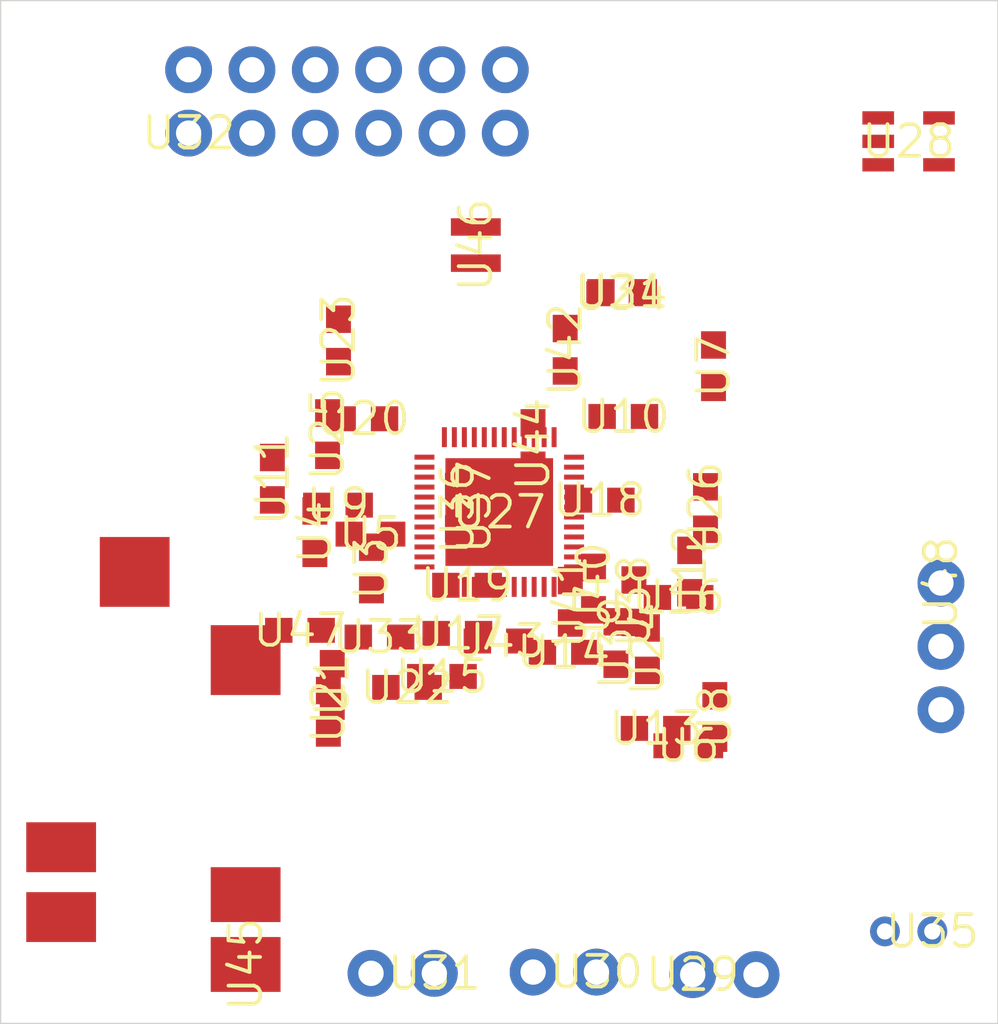
<source format=kicad_pcb>
 ( kicad_pcb  ( version 20171130 )
 ( host pcbnew "(5.1.4-0-10_14)" )
 ( general  ( thickness 1.6 )
 ( drawings 4 )
 ( tracks 0 )
 ( zones 0 )
 ( modules 48 )
 ( nets 55 )
)
 ( page A4 )
 ( layers  ( 0 Top signal )
 ( 31 Bottom signal )
 ( 32 B.Adhes user )
 ( 33 F.Adhes user )
 ( 34 B.Paste user )
 ( 35 F.Paste user )
 ( 36 B.SilkS user )
 ( 37 F.SilkS user )
 ( 38 B.Mask user )
 ( 39 F.Mask user )
 ( 40 Dwgs.User user )
 ( 41 Cmts.User user )
 ( 42 Eco1.User user )
 ( 43 Eco2.User user )
 ( 44 Edge.Cuts user )
 ( 45 Margin user )
 ( 46 B.CrtYd user )
 ( 47 F.CrtYd user )
 ( 48 B.Fab user )
 ( 49 F.Fab user )
)
 ( setup  ( last_trace_width 0.2 )
 ( trace_clearance 0.127 )
 ( zone_clearance 0.508 )
 ( zone_45_only no )
 ( trace_min 0.2 )
 ( via_size 0.554 )
 ( via_drill 0.3 )
 ( via_min_size 0.4 )
 ( via_min_drill 0.3 )
 ( uvia_size 0.3 )
 ( uvia_drill 0.1 )
 ( uvias_allowed yes )
 ( uvia_min_size 0.2 )
 ( uvia_min_drill 0.1 )
 ( edge_width 0.05 )
 ( segment_width 0.2 )
 ( pcb_text_width 0.3 )
 ( pcb_text_size 1.5 1.5 )
 ( mod_edge_width 0.12 )
 ( mod_text_size 1 1 )
 ( mod_text_width 0.15 )
 ( pad_size 1.524 1.524 )
 ( pad_drill 0.762 )
 ( pad_to_mask_clearance 0.051 )
 ( solder_mask_min_width 0.25 )
 ( aux_axis_origin 0 0 )
 ( visible_elements 7FFFFFFF )
 ( pcbplotparams  ( layerselection 0x010fc_ffffffff )
 ( usegerberextensions false )
 ( usegerberattributes false )
 ( usegerberadvancedattributes false )
 ( creategerberjobfile false )
 ( excludeedgelayer true )
 ( linewidth 0.100000 )
 ( plotframeref false )
 ( viasonmask false )
 ( mode 1 )
 ( useauxorigin false )
 ( hpglpennumber 1 )
 ( hpglpenspeed 20 )
 ( hpglpendiameter 15.000000 )
 ( psnegative false )
 ( psa4output false )
 ( plotreference true )
 ( plotvalue true )
 ( plotinvisibletext false )
 ( padsonsilk false )
 ( subtractmaskfromsilk false )
 ( outputformat 1 )
 ( mirror false )
 ( drillshape 1 )
 ( scaleselection 1 )
 ( outputdirectory "" )
)
)
 ( net 0 "" )
 ( net 1 GND )
 ( net 2 3.3V )
 ( net 3 5V )
 ( net 4 /SPKVDD )
 ( net 5 /SPOLN )
 ( net 6 "Net-(C20-Pad2)" )
 ( net 7 /SPORP )
 ( net 8 /SPORN )
 ( net 9 "Net-(IC1-Pad42)" )
 ( net 10 /XAUDIO_IRQ )
 ( net 11 /XAUDIO_SDA )
 ( net 12 /XADUIO_SCL )
 ( net 13 /XAUDIO_I2S0_MCLK )
 ( net 14 /XADUIO_I2S0_BCLK )
 ( net 15 /XADUIO_I2S0_LRCKL )
 ( net 16 /XAUDIO_I2S0_DIN )
 ( net 17 /XAUDIO_I2S0_DOUT )
 ( net 18 "Net-(IC1-Pad33)" )
 ( net 19 "Net-(IC1-Pad32)" )
 ( net 20 "Net-(IC1-Pad31)" )
 ( net 21 "Net-(IC1-Pad30)" )
 ( net 22 /3.3VDD )
 ( net 23 "Net-(C22-Pad2)" )
 ( net 24 "Net-(C14-Pad1)" )
 ( net 25 "Net-(C16-Pad2)" )
 ( net 26 "Net-(C16-Pad1)" )
 ( net 27 "Net-(C15-Pad1)" )
 ( net 28 "Net-(C15-Pad2)" )
 ( net 29 /1.8VDD )
 ( net 30 "Net-(C2-Pad1)" )
 ( net 31 /HPOR )
 ( net 32 /HPOL )
 ( net 33 /CPVREF )
 ( net 34 "Net-(C17-Pad2)" )
 ( net 35 /LOUTR )
 ( net 36 /LOUTL )
 ( net 37 "Net-(C24-Pad2)" )
 ( net 38 "Net-(C19-Pad2)" )
 ( net 39 "Net-(C18-Pad2)" )
 ( net 40 "Net-(C6-Pad2)" )
 ( net 41 /IN1P )
 ( net 42 "Net-(C21-Pad2)" )
 ( net 43 /MICBIAS1 )
 ( net 44 /SPOLP )
 ( net 45 /IN2P )
 ( net 46 "Net-(U1-Pad6)" )
 ( net 47 "Net-(R10-Pad2)" )
 ( net 48 "Net-(C8-Pad2)" )
 ( net 49 "Net-(C7-Pad2)" )
 ( net 50 "Net-(J4-Pad9)" )
 ( net 51 "Net-(C7-Pad1)" )
 ( net 52 "Net-(C8-Pad1)" )
 ( net 53 "Net-(IC2-Pad5)" )
 ( net 54 "Net-(IC2-Pad3)" )
 ( net_class Default "This is the default net class."  ( clearance 0.127 )
 ( trace_width 0.2 )
 ( via_dia 0.554 )
 ( via_drill 0.3 )
 ( uvia_dia 0.3 )
 ( uvia_drill 0.1 )
 ( add_net /1.8VDD )
 ( add_net /CPVREF )
 ( add_net /HPOL )
 ( add_net /HPOR )
 ( add_net /IN1P )
 ( add_net /IN2P )
 ( add_net /LOUTL )
 ( add_net /LOUTR )
 ( add_net /MICBIAS1 )
 ( add_net /SPKVDD )
 ( add_net /SPOLN )
 ( add_net /SPOLP )
 ( add_net /SPORN )
 ( add_net /SPORP )
 ( add_net /XADUIO_I2S0_BCLK )
 ( add_net /XADUIO_I2S0_LRCKL )
 ( add_net /XADUIO_SCL )
 ( add_net /XAUDIO_I2S0_DIN )
 ( add_net /XAUDIO_I2S0_DOUT )
 ( add_net /XAUDIO_I2S0_MCLK )
 ( add_net /XAUDIO_IRQ )
 ( add_net /XAUDIO_SDA )
 ( add_net GND )
 ( add_net "Net-(C14-Pad1)" )
 ( add_net "Net-(C15-Pad1)" )
 ( add_net "Net-(C15-Pad2)" )
 ( add_net "Net-(C16-Pad1)" )
 ( add_net "Net-(C16-Pad2)" )
 ( add_net "Net-(C17-Pad2)" )
 ( add_net "Net-(C18-Pad2)" )
 ( add_net "Net-(C19-Pad2)" )
 ( add_net "Net-(C2-Pad1)" )
 ( add_net "Net-(C20-Pad2)" )
 ( add_net "Net-(C21-Pad2)" )
 ( add_net "Net-(C22-Pad2)" )
 ( add_net "Net-(C24-Pad2)" )
 ( add_net "Net-(C6-Pad2)" )
 ( add_net "Net-(C7-Pad1)" )
 ( add_net "Net-(C7-Pad2)" )
 ( add_net "Net-(C8-Pad1)" )
 ( add_net "Net-(C8-Pad2)" )
 ( add_net "Net-(IC1-Pad30)" )
 ( add_net "Net-(IC1-Pad31)" )
 ( add_net "Net-(IC1-Pad32)" )
 ( add_net "Net-(IC1-Pad33)" )
 ( add_net "Net-(IC1-Pad42)" )
 ( add_net "Net-(IC2-Pad3)" )
 ( add_net "Net-(IC2-Pad5)" )
 ( add_net "Net-(J4-Pad9)" )
 ( add_net "Net-(R10-Pad2)" )
 ( add_net "Net-(U1-Pad6)" )
)
 ( net_class Power ""  ( clearance 0.127 )
 ( trace_width 0.4064 )
 ( via_dia 0.554 )
 ( via_drill 0.3 )
 ( uvia_dia 0.3 )
 ( uvia_drill 0.1 )
 ( add_net /3.3VDD )
 ( add_net 3.3V )
 ( add_net 5V )
)
 ( module audioCodec:1X03 locked  ( layer Top )
 ( tedit 5DCE0BB7 )
 ( tstamp 5DC8CA2A )
 ( at 166.217600 110.388400 270.000000 )
 ( descr "<h3>Plated Through Hole - 3 Pin</h3>\n<p>Specifications:\n<ul><li>Pin count:3</li>\n<li>Pin pitch:0.1\"</li>\n</ul></p>\n<p>Example device(s):\n<ul><li>CONN_03</li>\n</ul></p>" )
 ( path /DE6A6B17 )
 ( fp_text reference U48  ( at -2.54 0 270 )
 ( layer F.SilkS )
 ( effects  ( font  ( size 1.27 1.27 )
 ( thickness 0.15 )
)
)
)
 ( fp_text value ""  ( at -2.54 0 270 )
 ( layer F.SilkS )
 ( effects  ( font  ( size 1.27 1.27 )
 ( thickness 0.15 )
)
)
)
 ( fp_poly  ( pts  ( xy -3.94 -1.4 )
 ( xy 3.96 -1.4 )
 ( xy 3.96 1.4 )
 ( xy -3.94 1.4 )
)
 ( layer F.CrtYd )
 ( width 0.1 )
)
 ( fp_poly  ( pts  ( xy -3.94 -1.4 )
 ( xy 3.96 -1.4 )
 ( xy 3.96 1.4 )
 ( xy -3.94 1.4 )
)
 ( layer B.CrtYd )
 ( width 0.1 )
)
 ( pad 3 thru_hole circle  ( at 2.54 0 )
 ( size 1.8796 1.8796 )
 ( drill 1.016 )
 ( layers *.Cu *.Mask )
 ( net 45 /IN2P )
 ( solder_mask_margin 0.0635 )
)
 ( pad 2 thru_hole circle  ( at 0 0 )
 ( size 1.8796 1.8796 )
 ( drill 1.016 )
 ( layers *.Cu *.Mask )
 ( net 1 GND )
 ( solder_mask_margin 0.0635 )
)
 ( pad 1 thru_hole circle  ( at -2.54 0 )
 ( size 1.8796 1.8796 )
 ( drill 1.016 )
 ( layers *.Cu *.Mask )
 ( net 22 /3.3VDD )
 ( solder_mask_margin 0.0635 )
)
)
 ( module audioCodec:SJ-43514-SMT-TR locked  ( layer Top )
 ( tedit 5DCE1AC1 )
 ( tstamp 5DC8C9F1 )
 ( at 134.518400 115.519200 90.000000 )
 ( descr "<b>SJ-43514-SMT-TR</b><br>\n" )
 ( path /94FABF20 )
 ( fp_text reference U45  ( at -7.62 3.81 90 )
 ( layer F.SilkS )
 ( effects  ( font  ( size 1.27 1.27 )
 ( thickness 0.15 )
)
)
)
 ( fp_text value ""  ( at -7.62 3.81 90 )
 ( layer F.SilkS )
 ( effects  ( font  ( size 1.27 1.27 )
 ( thickness 0.15 )
)
)
)
 ( fp_poly  ( pts  ( xy -9.82 -4.19 )
 ( xy 7.38 -4.19 )
 ( xy 7.38 3.91 )
 ( xy -9.82 3.91 )
)
 ( layer F.CrtYd )
 ( width 0.1 )
)
 ( pad "" np_thru_hole circle  ( at -3.72 0.11 90 )
 ( size 1.7 1.7 )
 ( drill 1.7 )
 ( layers *.Cu *.Mask )
)
 ( pad "" np_thru_hole circle  ( at 3.28 0.11 90 )
 ( size 1.7 1.7 )
 ( drill 1.7 )
 ( layers *.Cu *.Mask )
)
 ( pad 6 smd rect  ( at -5.72 -3.59 180.000000 )
 ( size 2.8 2 )
 ( layers Top F.Mask F.Paste )
 ( net 46 "Net-(U1-Pad6)" )
 ( solder_mask_margin 0.0635 )
)
 ( pad 5 smd rect  ( at 8.115 -0.64 90.000000 )
 ( size 2.8 2.8 )
 ( layers Top F.Mask F.Paste )
 ( net 47 "Net-(R10-Pad2)" )
 ( solder_mask_margin 0.0635 )
)
 ( pad 4 smd rect  ( at -4.82 3.81 180.000000 )
 ( size 2.8 2.2 )
 ( layers Top F.Mask F.Paste )
 ( net 1 GND )
 ( solder_mask_margin 0.0635 )
)
 ( pad 3 smd rect  ( at -2.92 -3.59 180.000000 )
 ( size 2.8 2 )
 ( layers Top F.Mask F.Paste )
 ( net 31 /HPOR )
 ( solder_mask_margin 0.0635 )
)
 ( pad 2 smd rect  ( at 4.58 3.81 90.000000 )
 ( size 2.8 2.8 )
 ( layers Top F.Mask F.Paste )
 ( net 32 /HPOL )
 ( solder_mask_margin 0.0635 )
)
 ( pad 1 smd rect  ( at -7.62 3.81 180.000000 )
 ( size 2.8 2.2 )
 ( layers Top F.Mask F.Paste )
 ( net 41 /IN1P )
 ( solder_mask_margin 0.0635 )
)
)
 ( module audioCodec:1X02 locked  ( layer Top )
 ( tedit 5DCE1F6D )
 ( tstamp 5DC8C8DF )
 ( at 144.627600 123.494800 180.000000 )
 ( descr "<h3>Plated Through Hole</h3>\n<p>Specifications:\n<ul><li>Pin count:2</li>\n<li>Pin pitch:0.1\"</li>\n</ul></p>\n<p>Example device(s):\n<ul><li>CONN_02</li>\n</ul></p>" )
 ( path /B665FDA9 )
 ( fp_text reference U31  ( at -1.27 0 180 )
 ( layer F.SilkS )
 ( effects  ( font  ( size 1.27 1.27 )
 ( thickness 0.15 )
)
)
)
 ( fp_text value ""  ( at -1.27 0 180 )
 ( layer F.SilkS )
 ( effects  ( font  ( size 1.27 1.27 )
 ( thickness 0.15 )
)
)
)
 ( fp_poly  ( pts  ( xy -2.77 -1.2 )
 ( xy 2.63 -1.2 )
 ( xy 2.63 1.3 )
 ( xy -2.77 1.3 )
)
 ( layer B.CrtYd )
 ( width 0.1 )
)
 ( fp_poly  ( pts  ( xy -2.77 -1.2 )
 ( xy 2.63 -1.2 )
 ( xy 2.63 1.3 )
 ( xy -2.77 1.3 )
)
 ( layer F.CrtYd )
 ( width 0.1 )
)
 ( pad 2 thru_hole circle  ( at 1.27 0 270.000000 )
 ( size 1.8796 1.8796 )
 ( drill 1.016 )
 ( layers *.Cu *.Mask )
 ( net 8 /SPORN )
 ( solder_mask_margin 0.0635 )
)
 ( pad 1 thru_hole circle  ( at -1.27 0 270.000000 )
 ( size 1.8796 1.8796 )
 ( drill 1.016 )
 ( layers *.Cu *.Mask )
 ( net 7 /SPORP )
 ( solder_mask_margin 0.0635 )
)
)
 ( module audioCodec:1X02 locked  ( layer Top )
 ( tedit 5DCE1F6D )
 ( tstamp 5DC8C8CA )
 ( at 151.130000 123.444000 180.000000 )
 ( descr "<h3>Plated Through Hole</h3>\n<p>Specifications:\n<ul><li>Pin count:2</li>\n<li>Pin pitch:0.1\"</li>\n</ul></p>\n<p>Example device(s):\n<ul><li>CONN_02</li>\n</ul></p>" )
 ( path /C3E76336 )
 ( fp_text reference U30  ( at -1.27 0 180 )
 ( layer F.SilkS )
 ( effects  ( font  ( size 1.27 1.27 )
 ( thickness 0.15 )
)
)
)
 ( fp_text value ""  ( at -1.27 0 180 )
 ( layer F.SilkS )
 ( effects  ( font  ( size 1.27 1.27 )
 ( thickness 0.15 )
)
)
)
 ( fp_poly  ( pts  ( xy -2.77 -1.2 )
 ( xy 2.63 -1.2 )
 ( xy 2.63 1.3 )
 ( xy -2.77 1.3 )
)
 ( layer B.CrtYd )
 ( width 0.1 )
)
 ( fp_poly  ( pts  ( xy -2.77 -1.2 )
 ( xy 2.63 -1.2 )
 ( xy 2.63 1.3 )
 ( xy -2.77 1.3 )
)
 ( layer F.CrtYd )
 ( width 0.1 )
)
 ( pad 2 thru_hole circle  ( at 1.27 0 270.000000 )
 ( size 1.8796 1.8796 )
 ( drill 1.016 )
 ( layers *.Cu *.Mask )
 ( net 5 /SPOLN )
 ( solder_mask_margin 0.0635 )
)
 ( pad 1 thru_hole circle  ( at -1.27 0 270.000000 )
 ( size 1.8796 1.8796 )
 ( drill 1.016 )
 ( layers *.Cu *.Mask )
 ( net 44 /SPOLP )
 ( solder_mask_margin 0.0635 )
)
)
 ( module audioCodec:1X02 locked  ( layer Top )
 ( tedit 5DCE1F6D )
 ( tstamp 5DC8C8B5 )
 ( at 157.530800 123.545600 )
 ( descr "<h3>Plated Through Hole</h3>\n<p>Specifications:\n<ul><li>Pin count:2</li>\n<li>Pin pitch:0.1\"</li>\n</ul></p>\n<p>Example device(s):\n<ul><li>CONN_02</li>\n</ul></p>" )
 ( path /449C7C68 )
 ( fp_text reference U29  ( at -1.27 0 )
 ( layer F.SilkS )
 ( effects  ( font  ( size 1.27 1.27 )
 ( thickness 0.15 )
)
)
)
 ( fp_text value ""  ( at -1.27 0 )
 ( layer F.SilkS )
 ( effects  ( font  ( size 1.27 1.27 )
 ( thickness 0.15 )
)
)
)
 ( fp_poly  ( pts  ( xy -2.77 -1.2 )
 ( xy 2.63 -1.2 )
 ( xy 2.63 1.3 )
 ( xy -2.77 1.3 )
)
 ( layer B.CrtYd )
 ( width 0.1 )
)
 ( fp_poly  ( pts  ( xy -2.77 -1.2 )
 ( xy 2.63 -1.2 )
 ( xy 2.63 1.3 )
 ( xy -2.77 1.3 )
)
 ( layer F.CrtYd )
 ( width 0.1 )
)
 ( pad 2 thru_hole circle  ( at 1.27 0 90.000000 )
 ( size 1.8796 1.8796 )
 ( drill 1.016 )
 ( layers *.Cu *.Mask )
 ( net 48 "Net-(C8-Pad2)" )
 ( solder_mask_margin 0.0635 )
)
 ( pad 1 thru_hole circle  ( at -1.27 0 90.000000 )
 ( size 1.8796 1.8796 )
 ( drill 1.016 )
 ( layers *.Cu *.Mask )
 ( net 49 "Net-(C7-Pad2)" )
 ( solder_mask_margin 0.0635 )
)
)
 ( module audioCodec:2X6 locked  ( layer Top )
 ( tedit 5DCE0C42 )
 ( tstamp 5DC8C8F4 )
 ( at 142.392400 88.544400 )
 ( descr "<h3>Plated Through Hole - 2x6</h3>\n<p>Specifications:\n<ul><li>Pin count:12</li>\n<li>Pin pitch:0.1\"</li>\n</ul></p>\n<p>Example device(s):\n<ul><li>CONN_06x2</li>\n</ul></p>" )
 ( path /CFA44F03 )
 ( fp_text reference U32  ( at -6.35 1.27 )
 ( layer F.SilkS )
 ( effects  ( font  ( size 1.27 1.27 )
 ( thickness 0.15 )
)
)
)
 ( fp_text value ""  ( at -6.35 1.27 )
 ( layer F.SilkS )
 ( effects  ( font  ( size 1.27 1.27 )
 ( thickness 0.15 )
)
)
)
 ( fp_poly  ( pts  ( xy -7.85 -2.73 )
 ( xy 7.75 -2.73 )
 ( xy 7.75 2.67 )
 ( xy -7.85 2.67 )
)
 ( layer B.CrtYd )
 ( width 0.1 )
)
 ( fp_poly  ( pts  ( xy -7.85 -2.73 )
 ( xy 7.75 -2.73 )
 ( xy 7.75 2.67 )
 ( xy -7.85 2.67 )
)
 ( layer F.CrtYd )
 ( width 0.1 )
)
 ( pad 12 thru_hole circle  ( at 6.35 -1.27 )
 ( size 1.8796 1.8796 )
 ( drill 1.016 )
 ( layers *.Cu *.Mask )
 ( net 3 5V )
 ( solder_mask_margin 0.0635 )
)
 ( pad 11 thru_hole circle  ( at 6.35 1.27 )
 ( size 1.8796 1.8796 )
 ( drill 1.016 )
 ( layers *.Cu *.Mask )
 ( net 1 GND )
 ( solder_mask_margin 0.0635 )
)
 ( pad 10 thru_hole circle  ( at 3.81 -1.27 )
 ( size 1.8796 1.8796 )
 ( drill 1.016 )
 ( layers *.Cu *.Mask )
 ( net 10 /XAUDIO_IRQ )
 ( solder_mask_margin 0.0635 )
)
 ( pad 9 thru_hole circle  ( at 3.81 1.27 )
 ( size 1.8796 1.8796 )
 ( drill 1.016 )
 ( layers *.Cu *.Mask )
 ( net 50 "Net-(J4-Pad9)" )
 ( solder_mask_margin 0.0635 )
)
 ( pad 8 thru_hole circle  ( at 1.27 -1.27 )
 ( size 1.8796 1.8796 )
 ( drill 1.016 )
 ( layers *.Cu *.Mask )
 ( net 11 /XAUDIO_SDA )
 ( solder_mask_margin 0.0635 )
)
 ( pad 7 thru_hole circle  ( at 1.27 1.27 )
 ( size 1.8796 1.8796 )
 ( drill 1.016 )
 ( layers *.Cu *.Mask )
 ( net 12 /XADUIO_SCL )
 ( solder_mask_margin 0.0635 )
)
 ( pad 6 thru_hole circle  ( at -1.27 -1.27 )
 ( size 1.8796 1.8796 )
 ( drill 1.016 )
 ( layers *.Cu *.Mask )
 ( net 13 /XAUDIO_I2S0_MCLK )
 ( solder_mask_margin 0.0635 )
)
 ( pad 5 thru_hole circle  ( at -1.27 1.27 )
 ( size 1.8796 1.8796 )
 ( drill 1.016 )
 ( layers *.Cu *.Mask )
 ( net 14 /XADUIO_I2S0_BCLK )
 ( solder_mask_margin 0.0635 )
)
 ( pad 4 thru_hole circle  ( at -3.81 -1.27 )
 ( size 1.8796 1.8796 )
 ( drill 1.016 )
 ( layers *.Cu *.Mask )
 ( net 16 /XAUDIO_I2S0_DIN )
 ( solder_mask_margin 0.0635 )
)
 ( pad 3 thru_hole circle  ( at -3.81 1.27 )
 ( size 1.8796 1.8796 )
 ( drill 1.016 )
 ( layers *.Cu *.Mask )
 ( net 17 /XAUDIO_I2S0_DOUT )
 ( solder_mask_margin 0.0635 )
)
 ( pad 2 thru_hole circle  ( at -6.35 -1.27 )
 ( size 1.8796 1.8796 )
 ( drill 1.016 )
 ( layers *.Cu *.Mask )
 ( net 2 3.3V )
 ( solder_mask_margin 0.0635 )
)
 ( pad 1 thru_hole circle  ( at -6.35 1.27 )
 ( size 1.8796 1.8796 )
 ( drill 1.016 )
 ( layers *.Cu *.Mask )
 ( net 15 /XADUIO_I2S0_LRCKL )
 ( solder_mask_margin 0.0635 )
)
)
 ( module audioCodec:0603  ( layer Top )
 ( tedit 5DCE0E90 )
 ( tstamp 5DC8C6E8 )
 ( at 141.802990 111.932497 270.000000 )
 ( descr "<p><b>Generic 1608 (0603) package</b></p>\n<p>0.2mm courtyard excess rounded to nearest 0.05mm.</p>" )
 ( path /5D5D4D2F )
 ( fp_text reference U1  ( at 0 0 270 )
 ( layer F.SilkS )
 ( effects  ( font  ( size 1.27 1.27 )
 ( thickness 0.15 )
)
)
)
 ( fp_text value ""  ( at 0 0 270 )
 ( layer F.SilkS )
 ( effects  ( font  ( size 1.27 1.27 )
 ( thickness 0.15 )
)
)
)
 ( fp_poly  ( pts  ( xy -1.6 -0.7 )
 ( xy 1.6 -0.7 )
 ( xy 1.6 0.7 )
 ( xy -1.6 0.7 )
)
 ( layer F.CrtYd )
 ( width 0.1 )
)
 ( pad 2 smd rect  ( at 0.85 0 270.000000 )
 ( size 1.1 1 )
 ( layers Top F.Mask F.Paste )
 ( net 3 5V )
 ( solder_mask_margin 0.0635 )
)
 ( pad 1 smd rect  ( at -0.85 0 270.000000 )
 ( size 1.1 1 )
 ( layers Top F.Mask F.Paste )
 ( net 1 GND )
 ( solder_mask_margin 0.0635 )
)
)
 ( module audioCodec:0603  ( layer Top )
 ( tedit 5DCE0E90 )
 ( tstamp 5DC8C6F6 )
 ( at 141.646983 113.009517 90.000000 )
 ( descr "<p><b>Generic 1608 (0603) package</b></p>\n<p>0.2mm courtyard excess rounded to nearest 0.05mm.</p>" )
 ( path /D15AE8CB )
 ( fp_text reference U2  ( at 0 0 90 )
 ( layer F.SilkS )
 ( effects  ( font  ( size 1.27 1.27 )
 ( thickness 0.15 )
)
)
)
 ( fp_text value ""  ( at 0 0 90 )
 ( layer F.SilkS )
 ( effects  ( font  ( size 1.27 1.27 )
 ( thickness 0.15 )
)
)
)
 ( fp_poly  ( pts  ( xy -1.6 -0.7 )
 ( xy 1.6 -0.7 )
 ( xy 1.6 0.7 )
 ( xy -1.6 0.7 )
)
 ( layer F.CrtYd )
 ( width 0.1 )
)
 ( pad 2 smd rect  ( at 0.85 0 90.000000 )
 ( size 1.1 1 )
 ( layers Top F.Mask F.Paste )
 ( net 1 GND )
 ( solder_mask_margin 0.0635 )
)
 ( pad 1 smd rect  ( at -0.85 0 90.000000 )
 ( size 1.1 1 )
 ( layers Top F.Mask F.Paste )
 ( net 44 /SPOLP )
 ( solder_mask_margin 0.0635 )
)
)
 ( module audioCodec:0603  ( layer Top )
 ( tedit 5DCE0E90 )
 ( tstamp 5DC8C704 )
 ( at 143.375101 107.263634 90.000000 )
 ( descr "<p><b>Generic 1608 (0603) package</b></p>\n<p>0.2mm courtyard excess rounded to nearest 0.05mm.</p>" )
 ( path /EB363DE9 )
 ( fp_text reference U3  ( at 0 0 90 )
 ( layer F.SilkS )
 ( effects  ( font  ( size 1.27 1.27 )
 ( thickness 0.15 )
)
)
)
 ( fp_text value ""  ( at 0 0 90 )
 ( layer F.SilkS )
 ( effects  ( font  ( size 1.27 1.27 )
 ( thickness 0.15 )
)
)
)
 ( fp_poly  ( pts  ( xy -1.6 -0.7 )
 ( xy 1.6 -0.7 )
 ( xy 1.6 0.7 )
 ( xy -1.6 0.7 )
)
 ( layer F.CrtYd )
 ( width 0.1 )
)
 ( pad 2 smd rect  ( at 0.85 0 90.000000 )
 ( size 1.1 1 )
 ( layers Top F.Mask F.Paste )
 ( net 1 GND )
 ( solder_mask_margin 0.0635 )
)
 ( pad 1 smd rect  ( at -0.85 0 90.000000 )
 ( size 1.1 1 )
 ( layers Top F.Mask F.Paste )
 ( net 8 /SPORN )
 ( solder_mask_margin 0.0635 )
)
)
 ( module audioCodec:0603  ( layer Top )
 ( tedit 5DCE0E90 )
 ( tstamp 5DC8C712 )
 ( at 141.105905 105.809892 90.000000 )
 ( descr "<p><b>Generic 1608 (0603) package</b></p>\n<p>0.2mm courtyard excess rounded to nearest 0.05mm.</p>" )
 ( path /FEEF966F )
 ( fp_text reference U4  ( at 0 0 90 )
 ( layer F.SilkS )
 ( effects  ( font  ( size 1.27 1.27 )
 ( thickness 0.15 )
)
)
)
 ( fp_text value ""  ( at 0 0 90 )
 ( layer F.SilkS )
 ( effects  ( font  ( size 1.27 1.27 )
 ( thickness 0.15 )
)
)
)
 ( fp_poly  ( pts  ( xy -1.6 -0.7 )
 ( xy 1.6 -0.7 )
 ( xy 1.6 0.7 )
 ( xy -1.6 0.7 )
)
 ( layer F.CrtYd )
 ( width 0.1 )
)
 ( pad 2 smd rect  ( at 0.85 0 90.000000 )
 ( size 1.1 1 )
 ( layers Top F.Mask F.Paste )
 ( net 1 GND )
 ( solder_mask_margin 0.0635 )
)
 ( pad 1 smd rect  ( at -0.85 0 90.000000 )
 ( size 1.1 1 )
 ( layers Top F.Mask F.Paste )
 ( net 7 /SPORP )
 ( solder_mask_margin 0.0635 )
)
)
 ( module audioCodec:0603  ( layer Top )
 ( tedit 5DCE0E90 )
 ( tstamp 5DC8C720 )
 ( at 143.336031 105.888489 180.000000 )
 ( descr "<p><b>Generic 1608 (0603) package</b></p>\n<p>0.2mm courtyard excess rounded to nearest 0.05mm.</p>" )
 ( path /DDD5A22D )
 ( fp_text reference U5  ( at 0 0 180 )
 ( layer F.SilkS )
 ( effects  ( font  ( size 1.27 1.27 )
 ( thickness 0.15 )
)
)
)
 ( fp_text value ""  ( at 0 0 180 )
 ( layer F.SilkS )
 ( effects  ( font  ( size 1.27 1.27 )
 ( thickness 0.15 )
)
)
)
 ( fp_poly  ( pts  ( xy -1.6 -0.7 )
 ( xy 1.6 -0.7 )
 ( xy 1.6 0.7 )
 ( xy -1.6 0.7 )
)
 ( layer F.CrtYd )
 ( width 0.1 )
)
 ( pad 2 smd rect  ( at 0.85 0 180.000000 )
 ( size 1.1 1 )
 ( layers Top F.Mask F.Paste )
 ( net 1 GND )
 ( solder_mask_margin 0.0635 )
)
 ( pad 1 smd rect  ( at -0.85 0 180.000000 )
 ( size 1.1 1 )
 ( layers Top F.Mask F.Paste )
 ( net 24 "Net-(C14-Pad1)" )
 ( solder_mask_margin 0.0635 )
)
)
 ( module audioCodec:0603  ( layer Top )
 ( tedit 5DCE0E90 )
 ( tstamp 5DC8C72E )
 ( at 156.084276 114.374308 )
 ( descr "<p><b>Generic 1608 (0603) package</b></p>\n<p>0.2mm courtyard excess rounded to nearest 0.05mm.</p>" )
 ( path /0E2BA473 )
 ( fp_text reference U6  ( at 0 0 )
 ( layer F.SilkS )
 ( effects  ( font  ( size 1.27 1.27 )
 ( thickness 0.15 )
)
)
)
 ( fp_text value ""  ( at 0 0 )
 ( layer F.SilkS )
 ( effects  ( font  ( size 1.27 1.27 )
 ( thickness 0.15 )
)
)
)
 ( fp_poly  ( pts  ( xy -1.6 -0.7 )
 ( xy 1.6 -0.7 )
 ( xy 1.6 0.7 )
 ( xy -1.6 0.7 )
)
 ( layer F.CrtYd )
 ( width 0.1 )
)
 ( pad 2 smd rect  ( at 0.85 0 )
 ( size 1.1 1 )
 ( layers Top F.Mask F.Paste )
 ( net 28 "Net-(C15-Pad2)" )
 ( solder_mask_margin 0.0635 )
)
 ( pad 1 smd rect  ( at -0.85 0 )
 ( size 1.1 1 )
 ( layers Top F.Mask F.Paste )
 ( net 27 "Net-(C15-Pad1)" )
 ( solder_mask_margin 0.0635 )
)
)
 ( module audioCodec:0603  ( layer Top )
 ( tedit 5DCE0E90 )
 ( tstamp 5DC8C73C )
 ( at 157.094994 99.157343 270.000000 )
 ( descr "<p><b>Generic 1608 (0603) package</b></p>\n<p>0.2mm courtyard excess rounded to nearest 0.05mm.</p>" )
 ( path /95990F93 )
 ( fp_text reference U7  ( at 0 0 270 )
 ( layer F.SilkS )
 ( effects  ( font  ( size 1.27 1.27 )
 ( thickness 0.15 )
)
)
)
 ( fp_text value ""  ( at 0 0 270 )
 ( layer F.SilkS )
 ( effects  ( font  ( size 1.27 1.27 )
 ( thickness 0.15 )
)
)
)
 ( fp_poly  ( pts  ( xy -1.6 -0.7 )
 ( xy 1.6 -0.7 )
 ( xy 1.6 0.7 )
 ( xy -1.6 0.7 )
)
 ( layer F.CrtYd )
 ( width 0.1 )
)
 ( pad 2 smd rect  ( at 0.85 0 270.000000 )
 ( size 1.1 1 )
 ( layers Top F.Mask F.Paste )
 ( net 25 "Net-(C16-Pad2)" )
 ( solder_mask_margin 0.0635 )
)
 ( pad 1 smd rect  ( at -0.85 0 270.000000 )
 ( size 1.1 1 )
 ( layers Top F.Mask F.Paste )
 ( net 26 "Net-(C16-Pad1)" )
 ( solder_mask_margin 0.0635 )
)
)
 ( module audioCodec:0603  ( layer Top )
 ( tedit 5DCE0E90 )
 ( tstamp 5DC8C74A )
 ( at 157.148242 113.218548 270.000000 )
 ( descr "<p><b>Generic 1608 (0603) package</b></p>\n<p>0.2mm courtyard excess rounded to nearest 0.05mm.</p>" )
 ( path /B7EEE3FC )
 ( fp_text reference U8  ( at 0 0 270 )
 ( layer F.SilkS )
 ( effects  ( font  ( size 1.27 1.27 )
 ( thickness 0.15 )
)
)
)
 ( fp_text value ""  ( at 0 0 270 )
 ( layer F.SilkS )
 ( effects  ( font  ( size 1.27 1.27 )
 ( thickness 0.15 )
)
)
)
 ( fp_poly  ( pts  ( xy -1.6 -0.7 )
 ( xy 1.6 -0.7 )
 ( xy 1.6 0.7 )
 ( xy -1.6 0.7 )
)
 ( layer F.CrtYd )
 ( width 0.1 )
)
 ( pad 2 smd rect  ( at 0.85 0 270.000000 )
 ( size 1.1 1 )
 ( layers Top F.Mask F.Paste )
 ( net 34 "Net-(C17-Pad2)" )
 ( solder_mask_margin 0.0635 )
)
 ( pad 1 smd rect  ( at -0.85 0 270.000000 )
 ( size 1.1 1 )
 ( layers Top F.Mask F.Paste )
 ( net 1 GND )
 ( solder_mask_margin 0.0635 )
)
)
 ( module audioCodec:0603  ( layer Top )
 ( tedit 5DCE0E90 )
 ( tstamp 5DC8C758 )
 ( at 142.034559 104.727565 180.000000 )
 ( descr "<p><b>Generic 1608 (0603) package</b></p>\n<p>0.2mm courtyard excess rounded to nearest 0.05mm.</p>" )
 ( path /6C5089DC )
 ( fp_text reference U9  ( at 0 0 180 )
 ( layer F.SilkS )
 ( effects  ( font  ( size 1.27 1.27 )
 ( thickness 0.15 )
)
)
)
 ( fp_text value ""  ( at 0 0 180 )
 ( layer F.SilkS )
 ( effects  ( font  ( size 1.27 1.27 )
 ( thickness 0.15 )
)
)
)
 ( fp_poly  ( pts  ( xy -1.6 -0.7 )
 ( xy 1.6 -0.7 )
 ( xy 1.6 0.7 )
 ( xy -1.6 0.7 )
)
 ( layer F.CrtYd )
 ( width 0.1 )
)
 ( pad 2 smd rect  ( at 0.85 0 180.000000 )
 ( size 1.1 1 )
 ( layers Top F.Mask F.Paste )
 ( net 39 "Net-(C18-Pad2)" )
 ( solder_mask_margin 0.0635 )
)
 ( pad 1 smd rect  ( at -0.85 0 180.000000 )
 ( size 1.1 1 )
 ( layers Top F.Mask F.Paste )
 ( net 1 GND )
 ( solder_mask_margin 0.0635 )
)
)
 ( module audioCodec:0603  ( layer Top )
 ( tedit 5DCE0E90 )
 ( tstamp 5DC8C766 )
 ( at 153.478249 101.172531 180.000000 )
 ( descr "<p><b>Generic 1608 (0603) package</b></p>\n<p>0.2mm courtyard excess rounded to nearest 0.05mm.</p>" )
 ( path /C70CFC49 )
 ( fp_text reference U10  ( at 0 0 180 )
 ( layer F.SilkS )
 ( effects  ( font  ( size 1.27 1.27 )
 ( thickness 0.15 )
)
)
)
 ( fp_text value ""  ( at 0 0 180 )
 ( layer F.SilkS )
 ( effects  ( font  ( size 1.27 1.27 )
 ( thickness 0.15 )
)
)
)
 ( fp_poly  ( pts  ( xy -1.6 -0.7 )
 ( xy 1.6 -0.7 )
 ( xy 1.6 0.7 )
 ( xy -1.6 0.7 )
)
 ( layer F.CrtYd )
 ( width 0.1 )
)
 ( pad 2 smd rect  ( at 0.85 0 180.000000 )
 ( size 1.1 1 )
 ( layers Top F.Mask F.Paste )
 ( net 38 "Net-(C19-Pad2)" )
 ( solder_mask_margin 0.0635 )
)
 ( pad 1 smd rect  ( at -0.85 0 180.000000 )
 ( size 1.1 1 )
 ( layers Top F.Mask F.Paste )
 ( net 1 GND )
 ( solder_mask_margin 0.0635 )
)
)
 ( module audioCodec:0603  ( layer Top )
 ( tedit 5DCE0E90 )
 ( tstamp 5DC8C774 )
 ( at 139.401497 103.667674 90.000000 )
 ( descr "<p><b>Generic 1608 (0603) package</b></p>\n<p>0.2mm courtyard excess rounded to nearest 0.05mm.</p>" )
 ( path /00AD4B43 )
 ( fp_text reference U11  ( at 0 0 90 )
 ( layer F.SilkS )
 ( effects  ( font  ( size 1.27 1.27 )
 ( thickness 0.15 )
)
)
)
 ( fp_text value ""  ( at 0 0 90 )
 ( layer F.SilkS )
 ( effects  ( font  ( size 1.27 1.27 )
 ( thickness 0.15 )
)
)
)
 ( fp_poly  ( pts  ( xy -1.6 -0.7 )
 ( xy 1.6 -0.7 )
 ( xy 1.6 0.7 )
 ( xy -1.6 0.7 )
)
 ( layer F.CrtYd )
 ( width 0.1 )
)
 ( pad 2 smd rect  ( at 0.85 0 90.000000 )
 ( size 1.1 1 )
 ( layers Top F.Mask F.Paste )
 ( net 1 GND )
 ( solder_mask_margin 0.0635 )
)
 ( pad 1 smd rect  ( at -0.85 0 90.000000 )
 ( size 1.1 1 )
 ( layers Top F.Mask F.Paste )
 ( net 30 "Net-(C2-Pad1)" )
 ( solder_mask_margin 0.0635 )
)
)
 ( module audioCodec:0603  ( layer Top )
 ( tedit 5DCE0E90 )
 ( tstamp 5DC8C782 )
 ( at 156.140240 107.390059 90.000000 )
 ( descr "<p><b>Generic 1608 (0603) package</b></p>\n<p>0.2mm courtyard excess rounded to nearest 0.05mm.</p>" )
 ( path /101F579F )
 ( fp_text reference U12  ( at 0 0 90 )
 ( layer F.SilkS )
 ( effects  ( font  ( size 1.27 1.27 )
 ( thickness 0.15 )
)
)
)
 ( fp_text value ""  ( at 0 0 90 )
 ( layer F.SilkS )
 ( effects  ( font  ( size 1.27 1.27 )
 ( thickness 0.15 )
)
)
)
 ( fp_poly  ( pts  ( xy -1.6 -0.7 )
 ( xy 1.6 -0.7 )
 ( xy 1.6 0.7 )
 ( xy -1.6 0.7 )
)
 ( layer F.CrtYd )
 ( width 0.1 )
)
 ( pad 2 smd rect  ( at 0.85 0 90.000000 )
 ( size 1.1 1 )
 ( layers Top F.Mask F.Paste )
 ( net 6 "Net-(C20-Pad2)" )
 ( solder_mask_margin 0.0635 )
)
 ( pad 1 smd rect  ( at -0.85 0 90.000000 )
 ( size 1.1 1 )
 ( layers Top F.Mask F.Paste )
 ( net 1 GND )
 ( solder_mask_margin 0.0635 )
)
)
 ( module audioCodec:0603  ( layer Top )
 ( tedit 5DCE0E90 )
 ( tstamp 5DC8C790 )
 ( at 154.773588 113.676520 180.000000 )
 ( descr "<p><b>Generic 1608 (0603) package</b></p>\n<p>0.2mm courtyard excess rounded to nearest 0.05mm.</p>" )
 ( path /E0E06E0F )
 ( fp_text reference U13  ( at 0 0 180 )
 ( layer F.SilkS )
 ( effects  ( font  ( size 1.27 1.27 )
 ( thickness 0.15 )
)
)
)
 ( fp_text value ""  ( at 0 0 180 )
 ( layer F.SilkS )
 ( effects  ( font  ( size 1.27 1.27 )
 ( thickness 0.15 )
)
)
)
 ( fp_poly  ( pts  ( xy -1.6 -0.7 )
 ( xy 1.6 -0.7 )
 ( xy 1.6 0.7 )
 ( xy -1.6 0.7 )
)
 ( layer F.CrtYd )
 ( width 0.1 )
)
 ( pad 2 smd rect  ( at 0.85 0 180.000000 )
 ( size 1.1 1 )
 ( layers Top F.Mask F.Paste )
 ( net 42 "Net-(C21-Pad2)" )
 ( solder_mask_margin 0.0635 )
)
 ( pad 1 smd rect  ( at -0.85 0 180.000000 )
 ( size 1.1 1 )
 ( layers Top F.Mask F.Paste )
 ( net 1 GND )
 ( solder_mask_margin 0.0635 )
)
)
 ( module audioCodec:0603  ( layer Top )
 ( tedit 5DCE0E90 )
 ( tstamp 5DC8C79E )
 ( at 151.082502 110.627003 )
 ( descr "<p><b>Generic 1608 (0603) package</b></p>\n<p>0.2mm courtyard excess rounded to nearest 0.05mm.</p>" )
 ( path /CDD814CC )
 ( fp_text reference U14  ( at 0 0 )
 ( layer F.SilkS )
 ( effects  ( font  ( size 1.27 1.27 )
 ( thickness 0.15 )
)
)
)
 ( fp_text value ""  ( at 0 0 )
 ( layer F.SilkS )
 ( effects  ( font  ( size 1.27 1.27 )
 ( thickness 0.15 )
)
)
)
 ( fp_poly  ( pts  ( xy -1.6 -0.7 )
 ( xy 1.6 -0.7 )
 ( xy 1.6 0.7 )
 ( xy -1.6 0.7 )
)
 ( layer F.CrtYd )
 ( width 0.1 )
)
 ( pad 2 smd rect  ( at 0.85 0 )
 ( size 1.1 1 )
 ( layers Top F.Mask F.Paste )
 ( net 23 "Net-(C22-Pad2)" )
 ( solder_mask_margin 0.0635 )
)
 ( pad 1 smd rect  ( at -0.85 0 )
 ( size 1.1 1 )
 ( layers Top F.Mask F.Paste )
 ( net 1 GND )
 ( solder_mask_margin 0.0635 )
)
)
 ( module audioCodec:0603  ( layer Top )
 ( tedit 5DCE0E90 )
 ( tstamp 5DC8C7AC )
 ( at 146.202048 111.593416 180.000000 )
 ( descr "<p><b>Generic 1608 (0603) package</b></p>\n<p>0.2mm courtyard excess rounded to nearest 0.05mm.</p>" )
 ( path /FE2E0BD7 )
 ( fp_text reference U15  ( at 0 0 180 )
 ( layer F.SilkS )
 ( effects  ( font  ( size 1.27 1.27 )
 ( thickness 0.15 )
)
)
)
 ( fp_text value ""  ( at 0 0 180 )
 ( layer F.SilkS )
 ( effects  ( font  ( size 1.27 1.27 )
 ( thickness 0.15 )
)
)
)
 ( fp_poly  ( pts  ( xy -1.6 -0.7 )
 ( xy 1.6 -0.7 )
 ( xy 1.6 0.7 )
 ( xy -1.6 0.7 )
)
 ( layer F.CrtYd )
 ( width 0.1 )
)
 ( pad 2 smd rect  ( at 0.85 0 180.000000 )
 ( size 1.1 1 )
 ( layers Top F.Mask F.Paste )
 ( net 43 /MICBIAS1 )
 ( solder_mask_margin 0.0635 )
)
 ( pad 1 smd rect  ( at -0.85 0 180.000000 )
 ( size 1.1 1 )
 ( layers Top F.Mask F.Paste )
 ( net 1 GND )
 ( solder_mask_margin 0.0635 )
)
)
 ( module audioCodec:0603  ( layer Top )
 ( tedit 5DCE0E90 )
 ( tstamp 5DC8C7BA )
 ( at 155.694538 108.426761 180.000000 )
 ( descr "<p><b>Generic 1608 (0603) package</b></p>\n<p>0.2mm courtyard excess rounded to nearest 0.05mm.</p>" )
 ( path /B61CC9C1 )
 ( fp_text reference U16  ( at 0 0 180 )
 ( layer F.SilkS )
 ( effects  ( font  ( size 1.27 1.27 )
 ( thickness 0.15 )
)
)
)
 ( fp_text value ""  ( at 0 0 180 )
 ( layer F.SilkS )
 ( effects  ( font  ( size 1.27 1.27 )
 ( thickness 0.15 )
)
)
)
 ( fp_poly  ( pts  ( xy -1.6 -0.7 )
 ( xy 1.6 -0.7 )
 ( xy 1.6 0.7 )
 ( xy -1.6 0.7 )
)
 ( layer F.CrtYd )
 ( width 0.1 )
)
 ( pad 2 smd rect  ( at 0.85 0 180.000000 )
 ( size 1.1 1 )
 ( layers Top F.Mask F.Paste )
 ( net 37 "Net-(C24-Pad2)" )
 ( solder_mask_margin 0.0635 )
)
 ( pad 1 smd rect  ( at -0.85 0 180.000000 )
 ( size 1.1 1 )
 ( layers Top F.Mask F.Paste )
 ( net 45 /IN2P )
 ( solder_mask_margin 0.0635 )
)
)
 ( module audioCodec:0603  ( layer Top )
 ( tedit 5DCE0E90 )
 ( tstamp 5DC8C7C8 )
 ( at 146.822691 109.868445 180.000000 )
 ( descr "<p><b>Generic 1608 (0603) package</b></p>\n<p>0.2mm courtyard excess rounded to nearest 0.05mm.</p>" )
 ( path /B124C205 )
 ( fp_text reference U17  ( at 0 0 180 )
 ( layer F.SilkS )
 ( effects  ( font  ( size 1.27 1.27 )
 ( thickness 0.15 )
)
)
)
 ( fp_text value ""  ( at 0 0 180 )
 ( layer F.SilkS )
 ( effects  ( font  ( size 1.27 1.27 )
 ( thickness 0.15 )
)
)
)
 ( fp_poly  ( pts  ( xy -1.6 -0.7 )
 ( xy 1.6 -0.7 )
 ( xy 1.6 0.7 )
 ( xy -1.6 0.7 )
)
 ( layer F.CrtYd )
 ( width 0.1 )
)
 ( pad 2 smd rect  ( at 0.85 0 180.000000 )
 ( size 1.1 1 )
 ( layers Top F.Mask F.Paste )
 ( net 1 GND )
 ( solder_mask_margin 0.0635 )
)
 ( pad 1 smd rect  ( at -0.85 0 180.000000 )
 ( size 1.1 1 )
 ( layers Top F.Mask F.Paste )
 ( net 4 /SPKVDD )
 ( solder_mask_margin 0.0635 )
)
)
 ( module audioCodec:0603  ( layer Top )
 ( tedit 5DCE0E90 )
 ( tstamp 5DC8C7D6 )
 ( at 152.531021 104.527170 180.000000 )
 ( descr "<p><b>Generic 1608 (0603) package</b></p>\n<p>0.2mm courtyard excess rounded to nearest 0.05mm.</p>" )
 ( path /AB5F11BD )
 ( fp_text reference U18  ( at 0 0 180 )
 ( layer F.SilkS )
 ( effects  ( font  ( size 1.27 1.27 )
 ( thickness 0.15 )
)
)
)
 ( fp_text value ""  ( at 0 0 180 )
 ( layer F.SilkS )
 ( effects  ( font  ( size 1.27 1.27 )
 ( thickness 0.15 )
)
)
)
 ( fp_poly  ( pts  ( xy -1.6 -0.7 )
 ( xy 1.6 -0.7 )
 ( xy 1.6 0.7 )
 ( xy -1.6 0.7 )
)
 ( layer F.CrtYd )
 ( width 0.1 )
)
 ( pad 2 smd rect  ( at 0.85 0 180.000000 )
 ( size 1.1 1 )
 ( layers Top F.Mask F.Paste )
 ( net 1 GND )
 ( solder_mask_margin 0.0635 )
)
 ( pad 1 smd rect  ( at -0.85 0 180.000000 )
 ( size 1.1 1 )
 ( layers Top F.Mask F.Paste )
 ( net 4 /SPKVDD )
 ( solder_mask_margin 0.0635 )
)
)
 ( module audioCodec:0603  ( layer Top )
 ( tedit 5DCE0E90 )
 ( tstamp 5DC8C7E4 )
 ( at 147.209703 107.938245 )
 ( descr "<p><b>Generic 1608 (0603) package</b></p>\n<p>0.2mm courtyard excess rounded to nearest 0.05mm.</p>" )
 ( path /2729CC2A )
 ( fp_text reference U19  ( at 0 0 )
 ( layer F.SilkS )
 ( effects  ( font  ( size 1.27 1.27 )
 ( thickness 0.15 )
)
)
)
 ( fp_text value ""  ( at 0 0 )
 ( layer F.SilkS )
 ( effects  ( font  ( size 1.27 1.27 )
 ( thickness 0.15 )
)
)
)
 ( fp_poly  ( pts  ( xy -1.6 -0.7 )
 ( xy 1.6 -0.7 )
 ( xy 1.6 0.7 )
 ( xy -1.6 0.7 )
)
 ( layer F.CrtYd )
 ( width 0.1 )
)
 ( pad 2 smd rect  ( at 0.85 0 )
 ( size 1.1 1 )
 ( layers Top F.Mask F.Paste )
 ( net 1 GND )
 ( solder_mask_margin 0.0635 )
)
 ( pad 1 smd rect  ( at -0.85 0 )
 ( size 1.1 1 )
 ( layers Top F.Mask F.Paste )
 ( net 22 /3.3VDD )
 ( solder_mask_margin 0.0635 )
)
)
 ( module audioCodec:0603  ( layer Top )
 ( tedit 5DCE0E90 )
 ( tstamp 5DC8C7F2 )
 ( at 143.051019 101.264710 )
 ( descr "<p><b>Generic 1608 (0603) package</b></p>\n<p>0.2mm courtyard excess rounded to nearest 0.05mm.</p>" )
 ( path /0E636C87 )
 ( fp_text reference U20  ( at 0 0 )
 ( layer F.SilkS )
 ( effects  ( font  ( size 1.27 1.27 )
 ( thickness 0.15 )
)
)
)
 ( fp_text value ""  ( at 0 0 )
 ( layer F.SilkS )
 ( effects  ( font  ( size 1.27 1.27 )
 ( thickness 0.15 )
)
)
)
 ( fp_poly  ( pts  ( xy -1.6 -0.7 )
 ( xy 1.6 -0.7 )
 ( xy 1.6 0.7 )
 ( xy -1.6 0.7 )
)
 ( layer F.CrtYd )
 ( width 0.1 )
)
 ( pad 2 smd rect  ( at 0.85 0 )
 ( size 1.1 1 )
 ( layers Top F.Mask F.Paste )
 ( net 1 GND )
 ( solder_mask_margin 0.0635 )
)
 ( pad 1 smd rect  ( at -0.85 0 )
 ( size 1.1 1 )
 ( layers Top F.Mask F.Paste )
 ( net 22 /3.3VDD )
 ( solder_mask_margin 0.0635 )
)
)
 ( module audioCodec:0603  ( layer Top )
 ( tedit 5DCE0E90 )
 ( tstamp 5DC8C800 )
 ( at 153.428515 96.166945 )
 ( descr "<p><b>Generic 1608 (0603) package</b></p>\n<p>0.2mm courtyard excess rounded to nearest 0.05mm.</p>" )
 ( path /C3EA450F )
 ( fp_text reference U21  ( at 0 0 )
 ( layer F.SilkS )
 ( effects  ( font  ( size 1.27 1.27 )
 ( thickness 0.15 )
)
)
)
 ( fp_text value ""  ( at 0 0 )
 ( layer F.SilkS )
 ( effects  ( font  ( size 1.27 1.27 )
 ( thickness 0.15 )
)
)
)
 ( fp_poly  ( pts  ( xy -1.6 -0.7 )
 ( xy 1.6 -0.7 )
 ( xy 1.6 0.7 )
 ( xy -1.6 0.7 )
)
 ( layer F.CrtYd )
 ( width 0.1 )
)
 ( pad 2 smd rect  ( at 0.85 0 )
 ( size 1.1 1 )
 ( layers Top F.Mask F.Paste )
 ( net 1 GND )
 ( solder_mask_margin 0.0635 )
)
 ( pad 1 smd rect  ( at -0.85 0 )
 ( size 1.1 1 )
 ( layers Top F.Mask F.Paste )
 ( net 29 /1.8VDD )
 ( solder_mask_margin 0.0635 )
)
)
 ( module audioCodec:0603  ( layer Top )
 ( tedit 5DCE0E90 )
 ( tstamp 5DC8C80E )
 ( at 144.803598 112.033194 )
 ( descr "<p><b>Generic 1608 (0603) package</b></p>\n<p>0.2mm courtyard excess rounded to nearest 0.05mm.</p>" )
 ( path /03F6E73E )
 ( fp_text reference U22  ( at 0 0 )
 ( layer F.SilkS )
 ( effects  ( font  ( size 1.27 1.27 )
 ( thickness 0.15 )
)
)
)
 ( fp_text value ""  ( at 0 0 )
 ( layer F.SilkS )
 ( effects  ( font  ( size 1.27 1.27 )
 ( thickness 0.15 )
)
)
)
 ( fp_poly  ( pts  ( xy -1.6 -0.7 )
 ( xy 1.6 -0.7 )
 ( xy 1.6 0.7 )
 ( xy -1.6 0.7 )
)
 ( layer F.CrtYd )
 ( width 0.1 )
)
 ( pad 2 smd rect  ( at 0.85 0 )
 ( size 1.1 1 )
 ( layers Top F.Mask F.Paste )
 ( net 1 GND )
 ( solder_mask_margin 0.0635 )
)
 ( pad 1 smd rect  ( at -0.85 0 )
 ( size 1.1 1 )
 ( layers Top F.Mask F.Paste )
 ( net 29 /1.8VDD )
 ( solder_mask_margin 0.0635 )
)
)
 ( module audioCodec:0603  ( layer Top )
 ( tedit 5DCE0E90 )
 ( tstamp 5DC8C81C )
 ( at 142.053569 98.124625 90.000000 )
 ( descr "<p><b>Generic 1608 (0603) package</b></p>\n<p>0.2mm courtyard excess rounded to nearest 0.05mm.</p>" )
 ( path /E0EBCD02 )
 ( fp_text reference U23  ( at 0 0 90 )
 ( layer F.SilkS )
 ( effects  ( font  ( size 1.27 1.27 )
 ( thickness 0.15 )
)
)
)
 ( fp_text value ""  ( at 0 0 90 )
 ( layer F.SilkS )
 ( effects  ( font  ( size 1.27 1.27 )
 ( thickness 0.15 )
)
)
)
 ( fp_poly  ( pts  ( xy -1.6 -0.7 )
 ( xy 1.6 -0.7 )
 ( xy 1.6 0.7 )
 ( xy -1.6 0.7 )
)
 ( layer F.CrtYd )
 ( width 0.1 )
)
 ( pad 2 smd rect  ( at 0.85 0 90.000000 )
 ( size 1.1 1 )
 ( layers Top F.Mask F.Paste )
 ( net 40 "Net-(C6-Pad2)" )
 ( solder_mask_margin 0.0635 )
)
 ( pad 1 smd rect  ( at -0.85 0 90.000000 )
 ( size 1.1 1 )
 ( layers Top F.Mask F.Paste )
 ( net 41 /IN1P )
 ( solder_mask_margin 0.0635 )
)
)
 ( module audioCodec:0603  ( layer Top )
 ( tedit 5DCE0E90 )
 ( tstamp 5DC8C82A )
 ( at 154.444638 110.500098 270.000000 )
 ( descr "<p><b>Generic 1608 (0603) package</b></p>\n<p>0.2mm courtyard excess rounded to nearest 0.05mm.</p>" )
 ( path /092D9240 )
 ( fp_text reference U24  ( at 0 0 270 )
 ( layer F.SilkS )
 ( effects  ( font  ( size 1.27 1.27 )
 ( thickness 0.15 )
)
)
)
 ( fp_text value ""  ( at 0 0 270 )
 ( layer F.SilkS )
 ( effects  ( font  ( size 1.27 1.27 )
 ( thickness 0.15 )
)
)
)
 ( fp_poly  ( pts  ( xy -1.6 -0.7 )
 ( xy 1.6 -0.7 )
 ( xy 1.6 0.7 )
 ( xy -1.6 0.7 )
)
 ( layer F.CrtYd )
 ( width 0.1 )
)
 ( pad 2 smd rect  ( at 0.85 0 270.000000 )
 ( size 1.1 1 )
 ( layers Top F.Mask F.Paste )
 ( net 49 "Net-(C7-Pad2)" )
 ( solder_mask_margin 0.0635 )
)
 ( pad 1 smd rect  ( at -0.85 0 270.000000 )
 ( size 1.1 1 )
 ( layers Top F.Mask F.Paste )
 ( net 51 "Net-(C7-Pad1)" )
 ( solder_mask_margin 0.0635 )
)
)
 ( module audioCodec:0603  ( layer Top )
 ( tedit 5DCE0E90 )
 ( tstamp 5DC8C838 )
 ( at 141.613833 101.880574 270.000000 )
 ( descr "<p><b>Generic 1608 (0603) package</b></p>\n<p>0.2mm courtyard excess rounded to nearest 0.05mm.</p>" )
 ( path /6F97CAD7 )
 ( fp_text reference U25  ( at 0 0 270 )
 ( layer F.SilkS )
 ( effects  ( font  ( size 1.27 1.27 )
 ( thickness 0.15 )
)
)
)
 ( fp_text value ""  ( at 0 0 270 )
 ( layer F.SilkS )
 ( effects  ( font  ( size 1.27 1.27 )
 ( thickness 0.15 )
)
)
)
 ( fp_poly  ( pts  ( xy -1.6 -0.7 )
 ( xy 1.6 -0.7 )
 ( xy 1.6 0.7 )
 ( xy -1.6 0.7 )
)
 ( layer F.CrtYd )
 ( width 0.1 )
)
 ( pad 2 smd rect  ( at 0.85 0 270.000000 )
 ( size 1.1 1 )
 ( layers Top F.Mask F.Paste )
 ( net 48 "Net-(C8-Pad2)" )
 ( solder_mask_margin 0.0635 )
)
 ( pad 1 smd rect  ( at -0.85 0 270.000000 )
 ( size 1.1 1 )
 ( layers Top F.Mask F.Paste )
 ( net 52 "Net-(C8-Pad1)" )
 ( solder_mask_margin 0.0635 )
)
)
 ( module audioCodec:0603  ( layer Top )
 ( tedit 5DCE0E90 )
 ( tstamp 5DC8C846 )
 ( at 156.773930 104.842908 90.000000 )
 ( descr "<p><b>Generic 1608 (0603) package</b></p>\n<p>0.2mm courtyard excess rounded to nearest 0.05mm.</p>" )
 ( path /4A58C60C )
 ( fp_text reference U26  ( at 0 0 90 )
 ( layer F.SilkS )
 ( effects  ( font  ( size 1.27 1.27 )
 ( thickness 0.15 )
)
)
)
 ( fp_text value ""  ( at 0 0 90 )
 ( layer F.SilkS )
 ( effects  ( font  ( size 1.27 1.27 )
 ( thickness 0.15 )
)
)
)
 ( fp_poly  ( pts  ( xy -1.6 -0.7 )
 ( xy 1.6 -0.7 )
 ( xy 1.6 0.7 )
 ( xy -1.6 0.7 )
)
 ( layer F.CrtYd )
 ( width 0.1 )
)
 ( pad 2 smd rect  ( at 0.85 0 90.000000 )
 ( size 1.1 1 )
 ( layers Top F.Mask F.Paste )
 ( net 1 GND )
 ( solder_mask_margin 0.0635 )
)
 ( pad 1 smd rect  ( at -0.85 0 90.000000 )
 ( size 1.1 1 )
 ( layers Top F.Mask F.Paste )
 ( net 5 /SPOLN )
 ( solder_mask_margin 0.0635 )
)
)
 ( module audioCodec:QFN50P700X700X100-49N  ( layer Top )
 ( tedit 5DCE1066 )
 ( tstamp 5DC8C854 )
 ( at 148.501100 105.003600 180.000000 )
 ( descr "<b>RGZ (S-PVQFN-N48)_4</b><br>\n" )
 ( path /22F7723E )
 ( fp_text reference U27  ( at 0 0 180 )
 ( layer F.SilkS )
 ( effects  ( font  ( size 1.27 1.27 )
 ( thickness 0.15 )
)
)
)
 ( fp_text value ""  ( at 0 0 180 )
 ( layer F.SilkS )
 ( effects  ( font  ( size 1.27 1.27 )
 ( thickness 0.15 )
)
)
)
 ( fp_poly  ( pts  ( xy -3.6 -3.6 )
 ( xy 3.6 -3.6 )
 ( xy 3.6 3.6 )
 ( xy -3.6 3.6 )
)
 ( layer F.CrtYd )
 ( width 0.1 )
)
 ( pad 1 smd rect  ( at -3 -2.2 180.000000 )
 ( size 0.8 0.2 )
 ( layers Top F.Mask F.Paste )
 ( net 44 /SPOLP )
 ( solder_mask_margin 0.0635 )
)
 ( pad 2 smd rect  ( at -3 -1.8 180.000000 )
 ( size 0.8 0.2 )
 ( layers Top F.Mask F.Paste )
 ( net 43 /MICBIAS1 )
 ( solder_mask_margin 0.0635 )
)
 ( pad 3 smd rect  ( at -3 -1.4 180.000000 )
 ( size 0.8 0.2 )
 ( layers Top F.Mask F.Paste )
 ( net 42 "Net-(C21-Pad2)" )
 ( solder_mask_margin 0.0635 )
)
 ( pad 4 smd rect  ( at -3 -1 180.000000 )
 ( size 0.8 0.2 )
 ( layers Top F.Mask F.Paste )
 ( net 41 /IN1P )
 ( solder_mask_margin 0.0635 )
)
 ( pad 5 smd rect  ( at -3 -0.6 180.000000 )
 ( size 0.8 0.2 )
 ( layers Top F.Mask F.Paste )
 ( net 1 GND )
 ( solder_mask_margin 0.0635 )
)
 ( pad 6 smd rect  ( at -3 -0.2 180.000000 )
 ( size 0.8 0.2 )
 ( layers Top F.Mask F.Paste )
 ( net 40 "Net-(C6-Pad2)" )
 ( solder_mask_margin 0.0635 )
)
 ( pad 7 smd rect  ( at -3 0.2 180.000000 )
 ( size 0.8 0.2 )
 ( layers Top F.Mask F.Paste )
 ( net 29 /1.8VDD )
 ( solder_mask_margin 0.0635 )
)
 ( pad 8 smd rect  ( at -3 0.6 180.000000 )
 ( size 0.8 0.2 )
 ( layers Top F.Mask F.Paste )
 ( net 39 "Net-(C18-Pad2)" )
 ( solder_mask_margin 0.0635 )
)
 ( pad 9 smd rect  ( at -3 1 180.000000 )
 ( size 0.8 0.2 )
 ( layers Top F.Mask F.Paste )
 ( net 38 "Net-(C19-Pad2)" )
 ( solder_mask_margin 0.0635 )
)
 ( pad 10 smd rect  ( at -3 1.4 180.000000 )
 ( size 0.8 0.2 )
 ( layers Top F.Mask F.Paste )
 ( net 37 "Net-(C24-Pad2)" )
 ( solder_mask_margin 0.0635 )
)
 ( pad 11 smd rect  ( at -3 1.8 180.000000 )
 ( size 0.8 0.2 )
 ( layers Top F.Mask F.Paste )
 ( net 36 /LOUTL )
 ( solder_mask_margin 0.0635 )
)
 ( pad 12 smd rect  ( at -3 2.2 180.000000 )
 ( size 0.8 0.2 )
 ( layers Top F.Mask F.Paste )
 ( net 35 /LOUTR )
 ( solder_mask_margin 0.0635 )
)
 ( pad 13 smd rect  ( at -2.2 3 270.000000 )
 ( size 0.8 0.2 )
 ( layers Top F.Mask F.Paste )
 ( net 29 /1.8VDD )
 ( solder_mask_margin 0.0635 )
)
 ( pad 14 smd rect  ( at -1.8 3 270.000000 )
 ( size 0.8 0.2 )
 ( layers Top F.Mask F.Paste )
 ( net 34 "Net-(C17-Pad2)" )
 ( solder_mask_margin 0.0635 )
)
 ( pad 15 smd rect  ( at -1.4 3 270.000000 )
 ( size 0.8 0.2 )
 ( layers Top F.Mask F.Paste )
 ( net 1 GND )
 ( solder_mask_margin 0.0635 )
)
 ( pad 16 smd rect  ( at -1 3 270.000000 )
 ( size 0.8 0.2 )
 ( layers Top F.Mask F.Paste )
 ( net 1 GND )
 ( solder_mask_margin 0.0635 )
)
 ( pad 17 smd rect  ( at -0.6 3 270.000000 )
 ( size 0.8 0.2 )
 ( layers Top F.Mask F.Paste )
 ( net 33 /CPVREF )
 ( solder_mask_margin 0.0635 )
)
 ( pad 18 smd rect  ( at -0.2 3 270.000000 )
 ( size 0.8 0.2 )
 ( layers Top F.Mask F.Paste )
 ( net 32 /HPOL )
 ( solder_mask_margin 0.0635 )
)
 ( pad 19 smd rect  ( at 0.2 3 270.000000 )
 ( size 0.8 0.2 )
 ( layers Top F.Mask F.Paste )
 ( net 31 /HPOR )
 ( solder_mask_margin 0.0635 )
)
 ( pad 20 smd rect  ( at 0.6 3 270.000000 )
 ( size 0.8 0.2 )
 ( layers Top F.Mask F.Paste )
 ( net 30 "Net-(C2-Pad1)" )
 ( solder_mask_margin 0.0635 )
)
 ( pad 21 smd rect  ( at 1 3 270.000000 )
 ( size 0.8 0.2 )
 ( layers Top F.Mask F.Paste )
 ( net 29 /1.8VDD )
 ( solder_mask_margin 0.0635 )
)
 ( pad 22 smd rect  ( at 1.4 3 270.000000 )
 ( size 0.8 0.2 )
 ( layers Top F.Mask F.Paste )
 ( net 1 GND )
 ( solder_mask_margin 0.0635 )
)
 ( pad 23 smd rect  ( at 1.8 3 270.000000 )
 ( size 0.8 0.2 )
 ( layers Top F.Mask F.Paste )
 ( net 28 "Net-(C15-Pad2)" )
 ( solder_mask_margin 0.0635 )
)
 ( pad 24 smd rect  ( at 2.2 3 270.000000 )
 ( size 0.8 0.2 )
 ( layers Top F.Mask F.Paste )
 ( net 27 "Net-(C15-Pad1)" )
 ( solder_mask_margin 0.0635 )
)
 ( pad 25 smd rect  ( at 3 2.2 180.000000 )
 ( size 0.8 0.2 )
 ( layers Top F.Mask F.Paste )
 ( net 26 "Net-(C16-Pad1)" )
 ( solder_mask_margin 0.0635 )
)
 ( pad 26 smd rect  ( at 3 1.8 180.000000 )
 ( size 0.8 0.2 )
 ( layers Top F.Mask F.Paste )
 ( net 25 "Net-(C16-Pad2)" )
 ( solder_mask_margin 0.0635 )
)
 ( pad 27 smd rect  ( at 3 1.4 180.000000 )
 ( size 0.8 0.2 )
 ( layers Top F.Mask F.Paste )
 ( net 24 "Net-(C14-Pad1)" )
 ( solder_mask_margin 0.0635 )
)
 ( pad 28 smd rect  ( at 3 1 180.000000 )
 ( size 0.8 0.2 )
 ( layers Top F.Mask F.Paste )
 ( net 23 "Net-(C22-Pad2)" )
 ( solder_mask_margin 0.0635 )
)
 ( pad 29 smd rect  ( at 3 0.6 180.000000 )
 ( size 0.8 0.2 )
 ( layers Top F.Mask F.Paste )
 ( net 22 /3.3VDD )
 ( solder_mask_margin 0.0635 )
)
 ( pad 30 smd rect  ( at 3 0.2 180.000000 )
 ( size 0.8 0.2 )
 ( layers Top F.Mask F.Paste )
 ( net 21 "Net-(IC1-Pad30)" )
 ( solder_mask_margin 0.0635 )
)
 ( pad 31 smd rect  ( at 3 -0.2 180.000000 )
 ( size 0.8 0.2 )
 ( layers Top F.Mask F.Paste )
 ( net 20 "Net-(IC1-Pad31)" )
 ( solder_mask_margin 0.0635 )
)
 ( pad 32 smd rect  ( at 3 -0.6 180.000000 )
 ( size 0.8 0.2 )
 ( layers Top F.Mask F.Paste )
 ( net 19 "Net-(IC1-Pad32)" )
 ( solder_mask_margin 0.0635 )
)
 ( pad 33 smd rect  ( at 3 -1 180.000000 )
 ( size 0.8 0.2 )
 ( layers Top F.Mask F.Paste )
 ( net 18 "Net-(IC1-Pad33)" )
 ( solder_mask_margin 0.0635 )
)
 ( pad 34 smd rect  ( at 3 -1.4 180.000000 )
 ( size 0.8 0.2 )
 ( layers Top F.Mask F.Paste )
 ( net 17 /XAUDIO_I2S0_DOUT )
 ( solder_mask_margin 0.0635 )
)
 ( pad 35 smd rect  ( at 3 -1.8 180.000000 )
 ( size 0.8 0.2 )
 ( layers Top F.Mask F.Paste )
 ( net 16 /XAUDIO_I2S0_DIN )
 ( solder_mask_margin 0.0635 )
)
 ( pad 36 smd rect  ( at 3 -2.2 180.000000 )
 ( size 0.8 0.2 )
 ( layers Top F.Mask F.Paste )
 ( net 15 /XADUIO_I2S0_LRCKL )
 ( solder_mask_margin 0.0635 )
)
 ( pad 37 smd rect  ( at 2.2 -3 270.000000 )
 ( size 0.8 0.2 )
 ( layers Top F.Mask F.Paste )
 ( net 14 /XADUIO_I2S0_BCLK )
 ( solder_mask_margin 0.0635 )
)
 ( pad 38 smd rect  ( at 1.8 -3 270.000000 )
 ( size 0.8 0.2 )
 ( layers Top F.Mask F.Paste )
 ( net 13 /XAUDIO_I2S0_MCLK )
 ( solder_mask_margin 0.0635 )
)
 ( pad 39 smd rect  ( at 1.4 -3 270.000000 )
 ( size 0.8 0.2 )
 ( layers Top F.Mask F.Paste )
 ( net 12 /XADUIO_SCL )
 ( solder_mask_margin 0.0635 )
)
 ( pad 40 smd rect  ( at 1 -3 270.000000 )
 ( size 0.8 0.2 )
 ( layers Top F.Mask F.Paste )
 ( net 11 /XAUDIO_SDA )
 ( solder_mask_margin 0.0635 )
)
 ( pad 41 smd rect  ( at 0.6 -3 270.000000 )
 ( size 0.8 0.2 )
 ( layers Top F.Mask F.Paste )
 ( net 10 /XAUDIO_IRQ )
 ( solder_mask_margin 0.0635 )
)
 ( pad 42 smd rect  ( at 0.2 -3 270.000000 )
 ( size 0.8 0.2 )
 ( layers Top F.Mask F.Paste )
 ( net 9 "Net-(IC1-Pad42)" )
 ( solder_mask_margin 0.0635 )
)
 ( pad 43 smd rect  ( at -0.2 -3 270.000000 )
 ( size 0.8 0.2 )
 ( layers Top F.Mask F.Paste )
 ( net 8 /SPORN )
 ( solder_mask_margin 0.0635 )
)
 ( pad 44 smd rect  ( at -0.6 -3 270.000000 )
 ( size 0.8 0.2 )
 ( layers Top F.Mask F.Paste )
 ( net 4 /SPKVDD )
 ( solder_mask_margin 0.0635 )
)
 ( pad 45 smd rect  ( at -1 -3 270.000000 )
 ( size 0.8 0.2 )
 ( layers Top F.Mask F.Paste )
 ( net 7 /SPORP )
 ( solder_mask_margin 0.0635 )
)
 ( pad 46 smd rect  ( at -1.4 -3 270.000000 )
 ( size 0.8 0.2 )
 ( layers Top F.Mask F.Paste )
 ( net 6 "Net-(C20-Pad2)" )
 ( solder_mask_margin 0.0635 )
)
 ( pad 47 smd rect  ( at -1.8 -3 270.000000 )
 ( size 0.8 0.2 )
 ( layers Top F.Mask F.Paste )
 ( net 5 /SPOLN )
 ( solder_mask_margin 0.0635 )
)
 ( pad 48 smd rect  ( at -2.2 -3 270.000000 )
 ( size 0.8 0.2 )
 ( layers Top F.Mask F.Paste )
 ( net 4 /SPKVDD )
 ( solder_mask_margin 0.0635 )
)
 ( pad 49 smd rect  ( at 0 0 270.000000 )
 ( size 4.318 4.318 )
 ( layers Top F.Mask F.Paste )
 ( net 1 GND )
 ( solder_mask_margin 0.0635 )
)
)
 ( module audioCodec:SOT95P284X122-5N  ( layer Top )
 ( tedit 5DCE1EDB )
 ( tstamp 5DC8C892 )
 ( at 164.920559 90.145200 )
 ( descr "<b>SOT95P284X122-5N</b><br>\n" )
 ( path /BC34DC86 )
 ( fp_text reference U28  ( at 0 0 )
 ( layer F.SilkS )
 ( effects  ( font  ( size 1.27 1.27 )
 ( thickness 0.15 )
)
)
)
 ( fp_text value ""  ( at 0 0 )
 ( layer F.SilkS )
 ( effects  ( font  ( size 1.27 1.27 )
 ( thickness 0.15 )
)
)
)
 ( fp_poly  ( pts  ( xy -2 -1.6 )
 ( xy 1.9 -1.6 )
 ( xy 1.9 1.7 )
 ( xy -2 1.7 )
)
 ( layer F.CrtYd )
 ( width 0.1 )
)
 ( pad 5 smd rect  ( at 1.2192 -0.9398 )
 ( size 1.27 0.5334 )
 ( layers Top F.Mask F.Paste )
 ( net 53 "Net-(IC2-Pad5)" )
 ( solder_mask_margin 0.0635 )
)
 ( pad 4 smd rect  ( at 1.2192 0.9398 )
 ( size 1.27 0.5334 )
 ( layers Top F.Mask F.Paste )
 ( net 29 /1.8VDD )
 ( solder_mask_margin 0.0635 )
)
 ( pad 3 smd rect  ( at -1.2192 0.9398 )
 ( size 1.27 0.5334 )
 ( layers Top F.Mask F.Paste )
 ( net 54 "Net-(IC2-Pad3)" )
 ( solder_mask_margin 0.0635 )
)
 ( pad 2 smd rect  ( at -1.2192 0 )
 ( size 1.27 0.5334 )
 ( layers Top F.Mask F.Paste )
 ( net 1 GND )
 ( solder_mask_margin 0.0635 )
)
 ( pad 1 smd rect  ( at -1.2192 -0.9398 )
 ( size 1.27 0.5334 )
 ( layers Top F.Mask F.Paste )
 ( net 3 5V )
 ( solder_mask_margin 0.0635 )
)
)
 ( module audioCodec:0603  ( layer Top )
 ( tedit 5DCE0E90 )
 ( tstamp 5DC8C942 )
 ( at 143.697815 110.015229 180.000000 )
 ( descr "<p><b>Generic 1608 (0603) package</b></p>\n<p>0.2mm courtyard excess rounded to nearest 0.05mm.</p>" )
 ( path /4A554593 )
 ( fp_text reference U33  ( at 0 0 180 )
 ( layer F.SilkS )
 ( effects  ( font  ( size 1.27 1.27 )
 ( thickness 0.15 )
)
)
)
 ( fp_text value ""  ( at 0 0 180 )
 ( layer F.SilkS )
 ( effects  ( font  ( size 1.27 1.27 )
 ( thickness 0.15 )
)
)
)
 ( fp_poly  ( pts  ( xy -1.6 -0.7 )
 ( xy 1.6 -0.7 )
 ( xy 1.6 0.7 )
 ( xy -1.6 0.7 )
)
 ( layer F.CrtYd )
 ( width 0.1 )
)
 ( pad 2 smd rect  ( at 0.85 0 180.000000 )
 ( size 1.1 1 )
 ( layers Top F.Mask F.Paste )
 ( net 3 5V )
 ( solder_mask_margin 0.0635 )
)
 ( pad 1 smd rect  ( at -0.85 0 180.000000 )
 ( size 1.1 1 )
 ( layers Top F.Mask F.Paste )
 ( net 4 /SPKVDD )
 ( solder_mask_margin 0.0635 )
)
)
 ( module audioCodec:0603  ( layer Top )
 ( tedit 5DCE0E90 )
 ( tstamp 5DC8C950 )
 ( at 153.394038 96.253929 )
 ( descr "<p><b>Generic 1608 (0603) package</b></p>\n<p>0.2mm courtyard excess rounded to nearest 0.05mm.</p>" )
 ( path /04E37900 )
 ( fp_text reference U34  ( at 0 0 )
 ( layer F.SilkS )
 ( effects  ( font  ( size 1.27 1.27 )
 ( thickness 0.15 )
)
)
)
 ( fp_text value ""  ( at 0 0 )
 ( layer F.SilkS )
 ( effects  ( font  ( size 1.27 1.27 )
 ( thickness 0.15 )
)
)
)
 ( fp_poly  ( pts  ( xy -1.6 -0.7 )
 ( xy 1.6 -0.7 )
 ( xy 1.6 0.7 )
 ( xy -1.6 0.7 )
)
 ( layer F.CrtYd )
 ( width 0.1 )
)
 ( pad 2 smd rect  ( at 0.85 0 )
 ( size 1.1 1 )
 ( layers Top F.Mask F.Paste )
 ( net 2 3.3V )
 ( solder_mask_margin 0.0635 )
)
 ( pad 1 smd rect  ( at -0.85 0 )
 ( size 1.1 1 )
 ( layers Top F.Mask F.Paste )
 ( net 22 /3.3VDD )
 ( solder_mask_margin 0.0635 )
)
)
 ( module audioCodec:CMC-2242PBL-A locked  ( layer Top )
 ( tedit 5DCE0F64 )
 ( tstamp 5DC8C95E )
 ( at 165.871100 121.813600 180.000000 )
 ( descr "<b>MO064402-2-1</b><br>\n" )
 ( path /A90C3CFC )
 ( fp_text reference U35  ( at 0 0 180 )
 ( layer F.SilkS )
 ( effects  ( font  ( size 1.27 1.27 )
 ( thickness 0.15 )
)
)
)
 ( fp_text value ""  ( at 0 0 180 )
 ( layer F.SilkS )
 ( effects  ( font  ( size 1.27 1.27 )
 ( thickness 0.15 )
)
)
)
 ( fp_circle  ( center 0.95 0.9 )
 ( end 3.95 0.9 )
 ( layer F.CrtYd )
 ( width 0.12 )
)
 ( pad 2 thru_hole circle  ( at 1.9 0 180.000000 )
 ( size 1.192 1.192 )
 ( drill 0.65 )
 ( layers *.Cu *.Mask )
 ( net 45 /IN2P )
 ( solder_mask_margin 0.0635 )
)
 ( pad 1 thru_hole circle  ( at 0 0 180.000000 )
 ( size 1.192 1.192 )
 ( drill 0.65 )
 ( layers *.Cu *.Mask )
 ( net 1 GND )
 ( solder_mask_margin 0.0635 )
)
)
 ( module audioCodec:0603  ( layer Top )
 ( tedit 5DCE0E90 )
 ( tstamp 5DC8C973 )
 ( at 146.824035 104.828827 90.000000 )
 ( descr "<p><b>Generic 1608 (0603) package</b></p>\n<p>0.2mm courtyard excess rounded to nearest 0.05mm.</p>" )
 ( path /5FC72806 )
 ( fp_text reference U36  ( at 0 0 90 )
 ( layer F.SilkS )
 ( effects  ( font  ( size 1.27 1.27 )
 ( thickness 0.15 )
)
)
)
 ( fp_text value ""  ( at 0 0 90 )
 ( layer F.SilkS )
 ( effects  ( font  ( size 1.27 1.27 )
 ( thickness 0.15 )
)
)
)
 ( fp_poly  ( pts  ( xy -1.6 -0.7 )
 ( xy 1.6 -0.7 )
 ( xy 1.6 0.7 )
 ( xy -1.6 0.7 )
)
 ( layer F.CrtYd )
 ( width 0.1 )
)
 ( pad 2 smd rect  ( at 0.85 0 90.000000 )
 ( size 1.1 1 )
 ( layers Top F.Mask F.Paste )
 ( net 11 /XAUDIO_SDA )
 ( solder_mask_margin 0.0635 )
)
 ( pad 1 smd rect  ( at -0.85 0 90.000000 )
 ( size 1.1 1 )
 ( layers Top F.Mask F.Paste )
 ( net 22 /3.3VDD )
 ( solder_mask_margin 0.0635 )
)
)
 ( module audioCodec:0603  ( layer Top )
 ( tedit 5DCE0E90 )
 ( tstamp 5DC8C981 )
 ( at 147.501246 104.791339 90.000000 )
 ( descr "<p><b>Generic 1608 (0603) package</b></p>\n<p>0.2mm courtyard excess rounded to nearest 0.05mm.</p>" )
 ( path /8EFFCFBB )
 ( fp_text reference U37  ( at 0 0 90 )
 ( layer F.SilkS )
 ( effects  ( font  ( size 1.27 1.27 )
 ( thickness 0.15 )
)
)
)
 ( fp_text value ""  ( at 0 0 90 )
 ( layer F.SilkS )
 ( effects  ( font  ( size 1.27 1.27 )
 ( thickness 0.15 )
)
)
)
 ( fp_poly  ( pts  ( xy -1.6 -0.7 )
 ( xy 1.6 -0.7 )
 ( xy 1.6 0.7 )
 ( xy -1.6 0.7 )
)
 ( layer F.CrtYd )
 ( width 0.1 )
)
 ( pad 2 smd rect  ( at 0.85 0 90.000000 )
 ( size 1.1 1 )
 ( layers Top F.Mask F.Paste )
 ( net 12 /XADUIO_SCL )
 ( solder_mask_margin 0.0635 )
)
 ( pad 1 smd rect  ( at -0.85 0 90.000000 )
 ( size 1.1 1 )
 ( layers Top F.Mask F.Paste )
 ( net 22 /3.3VDD )
 ( solder_mask_margin 0.0635 )
)
)
 ( module audioCodec:0603  ( layer Top )
 ( tedit 5DCE0E90 )
 ( tstamp 5DC8C98F )
 ( at 153.902890 108.578504 90.000000 )
 ( descr "<p><b>Generic 1608 (0603) package</b></p>\n<p>0.2mm courtyard excess rounded to nearest 0.05mm.</p>" )
 ( path /ABABC248 )
 ( fp_text reference U38  ( at 0 0 90 )
 ( layer F.SilkS )
 ( effects  ( font  ( size 1.27 1.27 )
 ( thickness 0.15 )
)
)
)
 ( fp_text value ""  ( at 0 0 90 )
 ( layer F.SilkS )
 ( effects  ( font  ( size 1.27 1.27 )
 ( thickness 0.15 )
)
)
)
 ( fp_poly  ( pts  ( xy -1.6 -0.7 )
 ( xy 1.6 -0.7 )
 ( xy 1.6 0.7 )
 ( xy -1.6 0.7 )
)
 ( layer F.CrtYd )
 ( width 0.1 )
)
 ( pad 2 smd rect  ( at 0.85 0 90.000000 )
 ( size 1.1 1 )
 ( layers Top F.Mask F.Paste )
 ( net 54 "Net-(IC2-Pad3)" )
 ( solder_mask_margin 0.0635 )
)
 ( pad 1 smd rect  ( at -0.85 0 90.000000 )
 ( size 1.1 1 )
 ( layers Top F.Mask F.Paste )
 ( net 3 5V )
 ( solder_mask_margin 0.0635 )
)
)
 ( module audioCodec:0603  ( layer Top )
 ( tedit 5DCE0E90 )
 ( tstamp 5DC8C99D )
 ( at 153.180968 110.254692 270.000000 )
 ( descr "<p><b>Generic 1608 (0603) package</b></p>\n<p>0.2mm courtyard excess rounded to nearest 0.05mm.</p>" )
 ( path /65B6CA22 )
 ( fp_text reference U39  ( at 0 0 270 )
 ( layer F.SilkS )
 ( effects  ( font  ( size 1.27 1.27 )
 ( thickness 0.15 )
)
)
)
 ( fp_text value ""  ( at 0 0 270 )
 ( layer F.SilkS )
 ( effects  ( font  ( size 1.27 1.27 )
 ( thickness 0.15 )
)
)
)
 ( fp_poly  ( pts  ( xy -1.6 -0.7 )
 ( xy 1.6 -0.7 )
 ( xy 1.6 0.7 )
 ( xy -1.6 0.7 )
)
 ( layer F.CrtYd )
 ( width 0.1 )
)
 ( pad 2 smd rect  ( at 0.85 0 270.000000 )
 ( size 1.1 1 )
 ( layers Top F.Mask F.Paste )
 ( net 51 "Net-(C7-Pad1)" )
 ( solder_mask_margin 0.0635 )
)
 ( pad 1 smd rect  ( at -0.85 0 270.000000 )
 ( size 1.1 1 )
 ( layers Top F.Mask F.Paste )
 ( net 36 /LOUTL )
 ( solder_mask_margin 0.0635 )
)
)
 ( module audioCodec:0603  ( layer Top )
 ( tedit 5DCE0E90 )
 ( tstamp 5DC8C9AB )
 ( at 152.282202 108.072023 270.000000 )
 ( descr "<p><b>Generic 1608 (0603) package</b></p>\n<p>0.2mm courtyard excess rounded to nearest 0.05mm.</p>" )
 ( path /15CD18EF )
 ( fp_text reference U40  ( at 0 0 270 )
 ( layer F.SilkS )
 ( effects  ( font  ( size 1.27 1.27 )
 ( thickness 0.15 )
)
)
)
 ( fp_text value ""  ( at 0 0 270 )
 ( layer F.SilkS )
 ( effects  ( font  ( size 1.27 1.27 )
 ( thickness 0.15 )
)
)
)
 ( fp_poly  ( pts  ( xy -1.6 -0.7 )
 ( xy 1.6 -0.7 )
 ( xy 1.6 0.7 )
 ( xy -1.6 0.7 )
)
 ( layer F.CrtYd )
 ( width 0.1 )
)
 ( pad 2 smd rect  ( at 0.85 0 270.000000 )
 ( size 1.1 1 )
 ( layers Top F.Mask F.Paste )
 ( net 52 "Net-(C8-Pad1)" )
 ( solder_mask_margin 0.0635 )
)
 ( pad 1 smd rect  ( at -0.85 0 270.000000 )
 ( size 1.1 1 )
 ( layers Top F.Mask F.Paste )
 ( net 35 /LOUTR )
 ( solder_mask_margin 0.0635 )
)
)
 ( module audioCodec:0603  ( layer Top )
 ( tedit 5DCE0E90 )
 ( tstamp 5DC8C9B9 )
 ( at 151.351026 108.601369 90.000000 )
 ( descr "<p><b>Generic 1608 (0603) package</b></p>\n<p>0.2mm courtyard excess rounded to nearest 0.05mm.</p>" )
 ( path /DCEF0A1B )
 ( fp_text reference U41  ( at 0 0 90 )
 ( layer F.SilkS )
 ( effects  ( font  ( size 1.27 1.27 )
 ( thickness 0.15 )
)
)
)
 ( fp_text value ""  ( at 0 0 90 )
 ( layer F.SilkS )
 ( effects  ( font  ( size 1.27 1.27 )
 ( thickness 0.15 )
)
)
)
 ( fp_poly  ( pts  ( xy -1.6 -0.7 )
 ( xy 1.6 -0.7 )
 ( xy 1.6 0.7 )
 ( xy -1.6 0.7 )
)
 ( layer F.CrtYd )
 ( width 0.1 )
)
 ( pad 2 smd rect  ( at 0.85 0 90.000000 )
 ( size 1.1 1 )
 ( layers Top F.Mask F.Paste )
 ( net 41 /IN1P )
 ( solder_mask_margin 0.0635 )
)
 ( pad 1 smd rect  ( at -0.85 0 90.000000 )
 ( size 1.1 1 )
 ( layers Top F.Mask F.Paste )
 ( net 43 /MICBIAS1 )
 ( solder_mask_margin 0.0635 )
)
)
 ( module audioCodec:0603  ( layer Top )
 ( tedit 5DCE0E90 )
 ( tstamp 5DC8C9C7 )
 ( at 151.146383 98.497985 90.000000 )
 ( descr "<p><b>Generic 1608 (0603) package</b></p>\n<p>0.2mm courtyard excess rounded to nearest 0.05mm.</p>" )
 ( path /D883C6F9 )
 ( fp_text reference U42  ( at 0 0 90 )
 ( layer F.SilkS )
 ( effects  ( font  ( size 1.27 1.27 )
 ( thickness 0.15 )
)
)
)
 ( fp_text value ""  ( at 0 0 90 )
 ( layer F.SilkS )
 ( effects  ( font  ( size 1.27 1.27 )
 ( thickness 0.15 )
)
)
)
 ( fp_poly  ( pts  ( xy -1.6 -0.7 )
 ( xy 1.6 -0.7 )
 ( xy 1.6 0.7 )
 ( xy -1.6 0.7 )
)
 ( layer F.CrtYd )
 ( width 0.1 )
)
 ( pad 2 smd rect  ( at 0.85 0 90.000000 )
 ( size 1.1 1 )
 ( layers Top F.Mask F.Paste )
 ( net 1 GND )
 ( solder_mask_margin 0.0635 )
)
 ( pad 1 smd rect  ( at -0.85 0 90.000000 )
 ( size 1.1 1 )
 ( layers Top F.Mask F.Paste )
 ( net 33 /CPVREF )
 ( solder_mask_margin 0.0635 )
)
)
 ( module audioCodec:0603  ( layer Top )
 ( tedit 5DCE0E90 )
 ( tstamp 5DC8C9D5 )
 ( at 148.473984 110.173786 )
 ( descr "<p><b>Generic 1608 (0603) package</b></p>\n<p>0.2mm courtyard excess rounded to nearest 0.05mm.</p>" )
 ( path /FC3F3F5C )
 ( fp_text reference U43  ( at 0 0 )
 ( layer F.SilkS )
 ( effects  ( font  ( size 1.27 1.27 )
 ( thickness 0.15 )
)
)
)
 ( fp_text value ""  ( at 0 0 )
 ( layer F.SilkS )
 ( effects  ( font  ( size 1.27 1.27 )
 ( thickness 0.15 )
)
)
)
 ( fp_poly  ( pts  ( xy -1.6 -0.7 )
 ( xy 1.6 -0.7 )
 ( xy 1.6 0.7 )
 ( xy -1.6 0.7 )
)
 ( layer F.CrtYd )
 ( width 0.1 )
)
 ( pad 2 smd rect  ( at 0.85 0 )
 ( size 1.1 1 )
 ( layers Top F.Mask F.Paste )
 ( net 45 /IN2P )
 ( solder_mask_margin 0.0635 )
)
 ( pad 1 smd rect  ( at -0.85 0 )
 ( size 1.1 1 )
 ( layers Top F.Mask F.Paste )
 ( net 43 /MICBIAS1 )
 ( solder_mask_margin 0.0635 )
)
)
 ( module audioCodec:0603  ( layer Top )
 ( tedit 5DCE0E90 )
 ( tstamp 5DC8C9E3 )
 ( at 149.856342 102.278186 90.000000 )
 ( descr "<p><b>Generic 1608 (0603) package</b></p>\n<p>0.2mm courtyard excess rounded to nearest 0.05mm.</p>" )
 ( path /1D219127 )
 ( fp_text reference U44  ( at 0 0 90 )
 ( layer F.SilkS )
 ( effects  ( font  ( size 1.27 1.27 )
 ( thickness 0.15 )
)
)
)
 ( fp_text value ""  ( at 0 0 90 )
 ( layer F.SilkS )
 ( effects  ( font  ( size 1.27 1.27 )
 ( thickness 0.15 )
)
)
)
 ( fp_poly  ( pts  ( xy -1.6 -0.7 )
 ( xy 1.6 -0.7 )
 ( xy 1.6 0.7 )
 ( xy -1.6 0.7 )
)
 ( layer F.CrtYd )
 ( width 0.1 )
)
 ( pad 2 smd rect  ( at 0.85 0 90.000000 )
 ( size 1.1 1 )
 ( layers Top F.Mask F.Paste )
 ( net 54 "Net-(IC2-Pad3)" )
 ( solder_mask_margin 0.0635 )
)
 ( pad 1 smd rect  ( at -0.85 0 90.000000 )
 ( size 1.1 1 )
 ( layers Top F.Mask F.Paste )
 ( net 1 GND )
 ( solder_mask_margin 0.0635 )
)
)
 ( module audioCodec:NRH2412T2R2MNGH  ( layer Top )
 ( tedit 5DCE0F94 )
 ( tstamp 5DC8CA0B )
 ( at 147.562185 94.302297 270.000000 )
 ( descr "<b>NRH2412</b><br>\n" )
 ( path /305C58F0 )
 ( fp_text reference U46  ( at 0 0 270 )
 ( layer F.SilkS )
 ( effects  ( font  ( size 1.27 1.27 )
 ( thickness 0.15 )
)
)
)
 ( fp_text value ""  ( at 0 0 270 )
 ( layer F.SilkS )
 ( effects  ( font  ( size 1.27 1.27 )
 ( thickness 0.15 )
)
)
)
 ( fp_poly  ( pts  ( xy -1.4 -1.4 )
 ( xy 1.4 -1.4 )
 ( xy 1.4 1.4 )
 ( xy -1.4 1.4 )
)
 ( layer F.CrtYd )
 ( width 0.1 )
)
 ( pad 2 smd rect  ( at 0.725 0 )
 ( size 2 0.7 )
 ( layers Top F.Mask F.Paste )
 ( net 29 /1.8VDD )
 ( solder_mask_margin 0.0635 )
)
 ( pad 1 smd rect  ( at -0.725 0 )
 ( size 2 0.7 )
 ( layers Top F.Mask F.Paste )
 ( net 53 "Net-(IC2-Pad5)" )
 ( solder_mask_margin 0.0635 )
)
)
 ( module audioCodec:0603  ( layer Top )
 ( tedit 5DCE0E90 )
 ( tstamp 5DC8CA1C )
 ( at 140.508202 109.746266 180.000000 )
 ( descr "<p><b>Generic 1608 (0603) package</b></p>\n<p>0.2mm courtyard excess rounded to nearest 0.05mm.</p>" )
 ( path /F5EBC19C )
 ( fp_text reference U47  ( at 0 0 180 )
 ( layer F.SilkS )
 ( effects  ( font  ( size 1.27 1.27 )
 ( thickness 0.15 )
)
)
)
 ( fp_text value ""  ( at 0 0 180 )
 ( layer F.SilkS )
 ( effects  ( font  ( size 1.27 1.27 )
 ( thickness 0.15 )
)
)
)
 ( fp_poly  ( pts  ( xy -1.6 -0.7 )
 ( xy 1.6 -0.7 )
 ( xy 1.6 0.7 )
 ( xy -1.6 0.7 )
)
 ( layer F.CrtYd )
 ( width 0.1 )
)
 ( pad 2 smd rect  ( at 0.85 0 180.000000 )
 ( size 1.1 1 )
 ( layers Top F.Mask F.Paste )
 ( net 47 "Net-(R10-Pad2)" )
 ( solder_mask_margin 0.0635 )
)
 ( pad 1 smd rect  ( at -0.85 0 180.000000 )
 ( size 1.1 1 )
 ( layers Top F.Mask F.Paste )
 ( net 32 /HPOL )
 ( solder_mask_margin 0.0635 )
)
)
 ( gr_line  ( start 128.5011 125.5036 )
 ( end 168.5011 125.5036 )
 ( layer Edge.Cuts )
 ( width 0.05 )
 ( tstamp DC58A40 )
)
 ( gr_line  ( start 168.5011 125.5036 )
 ( end 168.5011 84.5036 )
 ( layer Edge.Cuts )
 ( width 0.05 )
 ( tstamp DC58860 )
)
 ( gr_line  ( start 168.5011 84.5036 )
 ( end 128.5011 84.5036 )
 ( layer Edge.Cuts )
 ( width 0.05 )
 ( tstamp DC58220 )
)
 ( gr_line  ( start 128.5011 84.5036 )
 ( end 128.5011 125.5036 )
 ( layer Edge.Cuts )
 ( width 0.05 )
 ( tstamp DC59DA0 )
)
)

</source>
